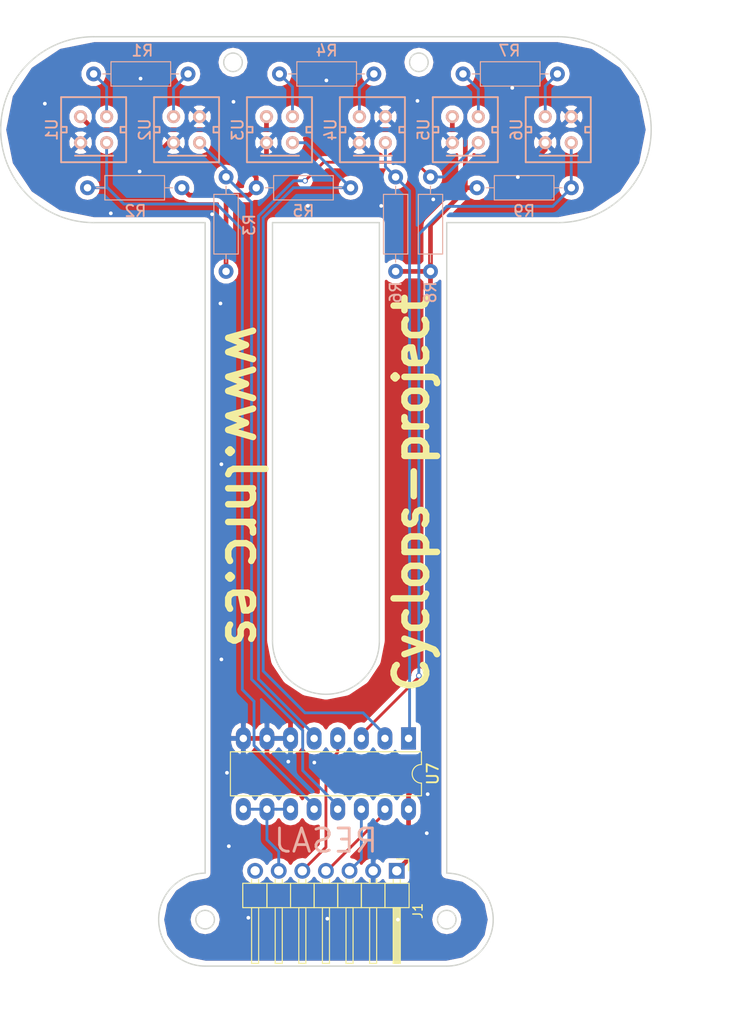
<source format=kicad_pcb>
(kicad_pcb (version 4) (host pcbnew 4.0.6)

  (general
    (links 46)
    (no_connects 0)
    (area 91.424999 49.05 174.492857 160.700001)
    (thickness 1.6)
    (drawings 32)
    (tracks 189)
    (zones 0)
    (modules 17)
    (nets 20)
  )

  (page A4)
  (title_block
    (title "Sensors Board robot de carreras educativo")
    (company "Liga Nacional de Robótica de Competición")
    (comment 1 www.lnrc.es)
    (comment 2 "Diseño de Rubén Espino San José")
  )

  (layers
    (0 F.Cu signal)
    (31 B.Cu signal)
    (32 B.Adhes user)
    (33 F.Adhes user)
    (34 B.Paste user)
    (35 F.Paste user)
    (36 B.SilkS user)
    (37 F.SilkS user)
    (38 B.Mask user)
    (39 F.Mask user)
    (40 Dwgs.User user)
    (41 Cmts.User user)
    (42 Eco1.User user)
    (43 Eco2.User user)
    (44 Edge.Cuts user)
    (45 Margin user)
    (46 B.CrtYd user)
    (47 F.CrtYd user)
    (48 B.Fab user hide)
    (49 F.Fab user hide)
  )

  (setup
    (last_trace_width 0.3048)
    (trace_clearance 0.2)
    (zone_clearance 0.508)
    (zone_45_only no)
    (trace_min 0.3048)
    (segment_width 0.2)
    (edge_width 0.15)
    (via_size 0.5)
    (via_drill 0.3048)
    (via_min_size 0.4)
    (via_min_drill 0.3)
    (uvia_size 0.3)
    (uvia_drill 0.1)
    (uvias_allowed no)
    (uvia_min_size 0.2)
    (uvia_min_drill 0.1)
    (pcb_text_width 0.3)
    (pcb_text_size 1.5 1.5)
    (mod_edge_width 0.15)
    (mod_text_size 1 1)
    (mod_text_width 0.15)
    (pad_size 1.524 1.524)
    (pad_drill 0.762)
    (pad_to_mask_clearance 0.2)
    (aux_axis_origin 0 0)
    (visible_elements 7FFFFFFF)
    (pcbplotparams
      (layerselection 0x010f0_80000001)
      (usegerberextensions true)
      (excludeedgelayer false)
      (linewidth 0.100000)
      (plotframeref false)
      (viasonmask false)
      (mode 1)
      (useauxorigin true)
      (hpglpennumber 1)
      (hpglpenspeed 20)
      (hpglpendiameter 15)
      (hpglpenoverlay 2)
      (psnegative false)
      (psa4output false)
      (plotreference true)
      (plotvalue true)
      (plotinvisibletext false)
      (padsonsilk false)
      (subtractmaskfromsilk true)
      (outputformat 1)
      (mirror false)
      (drillshape 0)
      (scaleselection 1)
      (outputdirectory Gerbers))
  )

  (net 0 "")
  (net 1 +5V)
  (net 2 GND)
  (net 3 LINEA_1)
  (net 4 LINEA_2)
  (net 5 LINEA_3)
  (net 6 LINEA_SEL_1)
  (net 7 "Net-(R1-Pad1)")
  (net 8 "Net-(R1-Pad2)")
  (net 9 SENSOR_1)
  (net 10 SENSOR_2)
  (net 11 "Net-(R4-Pad1)")
  (net 12 "Net-(R4-Pad2)")
  (net 13 SENSOR_3)
  (net 14 SENSOR_4)
  (net 15 "Net-(R7-Pad1)")
  (net 16 "Net-(R7-Pad2)")
  (net 17 SENSOR_5)
  (net 18 SENSOR_6)
  (net 19 "Net-(J1-Pad7)")

  (net_class Default "Esta es la clase de red por defecto."
    (clearance 0.2)
    (trace_width 0.3048)
    (via_dia 0.5)
    (via_drill 0.3048)
    (uvia_dia 0.3)
    (uvia_drill 0.1)
  )

  (net_class Signal ""
    (clearance 0.2)
    (trace_width 0.3048)
    (via_dia 0.5)
    (via_drill 0.3048)
    (uvia_dia 0.3)
    (uvia_drill 0.1)
    (add_net LINEA_1)
    (add_net LINEA_2)
    (add_net LINEA_3)
    (add_net LINEA_SEL_1)
    (add_net "Net-(J1-Pad7)")
    (add_net "Net-(R1-Pad1)")
    (add_net "Net-(R1-Pad2)")
    (add_net "Net-(R4-Pad1)")
    (add_net "Net-(R4-Pad2)")
    (add_net "Net-(R7-Pad1)")
    (add_net "Net-(R7-Pad2)")
    (add_net SENSOR_1)
    (add_net SENSOR_2)
    (add_net SENSOR_3)
    (add_net SENSOR_4)
    (add_net SENSOR_5)
    (add_net SENSOR_6)
  )

  (net_class Supply ""
    (clearance 0.2)
    (trace_width 0.5)
    (via_dia 0.6)
    (via_drill 0.4)
    (uvia_dia 0.3)
    (uvia_drill 0.1)
    (add_net +5V)
    (add_net GND)
  )

  (module Resistors_THT:R_Axial_DIN0207_L6.3mm_D2.5mm_P10.16mm_Horizontal (layer B.Cu) (tedit 594E567E) (tstamp 594CEB02)
    (at 101.5 56.5)
    (descr "Resistor, Axial_DIN0207 series, Axial, Horizontal, pin pitch=10.16mm, 0.25W = 1/4W, length*diameter=6.3*2.5mm^2, http://cdn-reichelt.de/documents/datenblatt/B400/1_4W%23YAG.pdf")
    (tags "Resistor Axial_DIN0207 series Axial Horizontal pin pitch 10.16mm 0.25W = 1/4W length 6.3mm diameter 2.5mm")
    (path /593DA9FC)
    (fp_text reference R1 (at 5.25 -2.5) (layer B.SilkS)
      (effects (font (size 1.2 1.2) (thickness 0.2)) (justify mirror))
    )
    (fp_text value 82 (at 5.08 -2.31) (layer B.Fab)
      (effects (font (size 1 1) (thickness 0.15)) (justify mirror))
    )
    (fp_line (start 1.93 1.25) (end 1.93 -1.25) (layer B.Fab) (width 0.1))
    (fp_line (start 1.93 -1.25) (end 8.23 -1.25) (layer B.Fab) (width 0.1))
    (fp_line (start 8.23 -1.25) (end 8.23 1.25) (layer B.Fab) (width 0.1))
    (fp_line (start 8.23 1.25) (end 1.93 1.25) (layer B.Fab) (width 0.1))
    (fp_line (start 0 0) (end 1.93 0) (layer B.Fab) (width 0.1))
    (fp_line (start 10.16 0) (end 8.23 0) (layer B.Fab) (width 0.1))
    (fp_line (start 1.87 1.31) (end 1.87 -1.31) (layer B.SilkS) (width 0.12))
    (fp_line (start 1.87 -1.31) (end 8.29 -1.31) (layer B.SilkS) (width 0.12))
    (fp_line (start 8.29 -1.31) (end 8.29 1.31) (layer B.SilkS) (width 0.12))
    (fp_line (start 8.29 1.31) (end 1.87 1.31) (layer B.SilkS) (width 0.12))
    (fp_line (start 0.98 0) (end 1.87 0) (layer B.SilkS) (width 0.12))
    (fp_line (start 9.18 0) (end 8.29 0) (layer B.SilkS) (width 0.12))
    (fp_line (start -1.05 1.6) (end -1.05 -1.6) (layer B.CrtYd) (width 0.05))
    (fp_line (start -1.05 -1.6) (end 11.25 -1.6) (layer B.CrtYd) (width 0.05))
    (fp_line (start 11.25 -1.6) (end 11.25 1.6) (layer B.CrtYd) (width 0.05))
    (fp_line (start 11.25 1.6) (end -1.05 1.6) (layer B.CrtYd) (width 0.05))
    (pad 1 thru_hole circle (at 0 0) (size 1.6 1.6) (drill 0.8) (layers *.Cu *.Mask)
      (net 7 "Net-(R1-Pad1)"))
    (pad 2 thru_hole oval (at 10.16 0) (size 1.6 1.6) (drill 0.8) (layers *.Cu *.Mask)
      (net 8 "Net-(R1-Pad2)"))
    (model Resistors_THT.3dshapes/R_Axial_DIN0207_L6.3mm_D2.5mm_P10.16mm_Horizontal.wrl
      (at (xyz 0 0 0))
      (scale (xyz 0.393701 0.393701 0.393701))
      (rotate (xyz 0 0 0))
    )
  )

  (module Resistors_THT:R_Axial_DIN0207_L6.3mm_D2.5mm_P10.16mm_Horizontal (layer B.Cu) (tedit 594E569B) (tstamp 594CEB08)
    (at 111 68.75 180)
    (descr "Resistor, Axial_DIN0207 series, Axial, Horizontal, pin pitch=10.16mm, 0.25W = 1/4W, length*diameter=6.3*2.5mm^2, http://cdn-reichelt.de/documents/datenblatt/B400/1_4W%23YAG.pdf")
    (tags "Resistor Axial_DIN0207 series Axial Horizontal pin pitch 10.16mm 0.25W = 1/4W length 6.3mm diameter 2.5mm")
    (path /593DAD8B)
    (fp_text reference R2 (at 5 -2.5 180) (layer B.SilkS)
      (effects (font (size 1.2 1.2) (thickness 0.2)) (justify mirror))
    )
    (fp_text value 10k (at 5.08 -2.31 180) (layer B.Fab)
      (effects (font (size 1 1) (thickness 0.15)) (justify mirror))
    )
    (fp_line (start 1.93 1.25) (end 1.93 -1.25) (layer B.Fab) (width 0.1))
    (fp_line (start 1.93 -1.25) (end 8.23 -1.25) (layer B.Fab) (width 0.1))
    (fp_line (start 8.23 -1.25) (end 8.23 1.25) (layer B.Fab) (width 0.1))
    (fp_line (start 8.23 1.25) (end 1.93 1.25) (layer B.Fab) (width 0.1))
    (fp_line (start 0 0) (end 1.93 0) (layer B.Fab) (width 0.1))
    (fp_line (start 10.16 0) (end 8.23 0) (layer B.Fab) (width 0.1))
    (fp_line (start 1.87 1.31) (end 1.87 -1.31) (layer B.SilkS) (width 0.12))
    (fp_line (start 1.87 -1.31) (end 8.29 -1.31) (layer B.SilkS) (width 0.12))
    (fp_line (start 8.29 -1.31) (end 8.29 1.31) (layer B.SilkS) (width 0.12))
    (fp_line (start 8.29 1.31) (end 1.87 1.31) (layer B.SilkS) (width 0.12))
    (fp_line (start 0.98 0) (end 1.87 0) (layer B.SilkS) (width 0.12))
    (fp_line (start 9.18 0) (end 8.29 0) (layer B.SilkS) (width 0.12))
    (fp_line (start -1.05 1.6) (end -1.05 -1.6) (layer B.CrtYd) (width 0.05))
    (fp_line (start -1.05 -1.6) (end 11.25 -1.6) (layer B.CrtYd) (width 0.05))
    (fp_line (start 11.25 -1.6) (end 11.25 1.6) (layer B.CrtYd) (width 0.05))
    (fp_line (start 11.25 1.6) (end -1.05 1.6) (layer B.CrtYd) (width 0.05))
    (pad 1 thru_hole circle (at 0 0 180) (size 1.6 1.6) (drill 0.8) (layers *.Cu *.Mask)
      (net 1 +5V))
    (pad 2 thru_hole oval (at 10.16 0 180) (size 1.6 1.6) (drill 0.8) (layers *.Cu *.Mask)
      (net 9 SENSOR_1))
    (model Resistors_THT.3dshapes/R_Axial_DIN0207_L6.3mm_D2.5mm_P10.16mm_Horizontal.wrl
      (at (xyz 0 0 0))
      (scale (xyz 0.393701 0.393701 0.393701))
      (rotate (xyz 0 0 0))
    )
  )

  (module Resistors_THT:R_Axial_DIN0207_L6.3mm_D2.5mm_P10.16mm_Horizontal (layer B.Cu) (tedit 594E56AC) (tstamp 594CEB0E)
    (at 115.75 77.75 90)
    (descr "Resistor, Axial_DIN0207 series, Axial, Horizontal, pin pitch=10.16mm, 0.25W = 1/4W, length*diameter=6.3*2.5mm^2, http://cdn-reichelt.de/documents/datenblatt/B400/1_4W%23YAG.pdf")
    (tags "Resistor Axial_DIN0207 series Axial Horizontal pin pitch 10.16mm 0.25W = 1/4W length 6.3mm diameter 2.5mm")
    (path /593DADB4)
    (fp_text reference R3 (at 5 2.5 90) (layer B.SilkS)
      (effects (font (size 1.2 1.2) (thickness 0.2)) (justify mirror))
    )
    (fp_text value 10k (at 5.08 -2.31 90) (layer B.Fab)
      (effects (font (size 1 1) (thickness 0.15)) (justify mirror))
    )
    (fp_line (start 1.93 1.25) (end 1.93 -1.25) (layer B.Fab) (width 0.1))
    (fp_line (start 1.93 -1.25) (end 8.23 -1.25) (layer B.Fab) (width 0.1))
    (fp_line (start 8.23 -1.25) (end 8.23 1.25) (layer B.Fab) (width 0.1))
    (fp_line (start 8.23 1.25) (end 1.93 1.25) (layer B.Fab) (width 0.1))
    (fp_line (start 0 0) (end 1.93 0) (layer B.Fab) (width 0.1))
    (fp_line (start 10.16 0) (end 8.23 0) (layer B.Fab) (width 0.1))
    (fp_line (start 1.87 1.31) (end 1.87 -1.31) (layer B.SilkS) (width 0.12))
    (fp_line (start 1.87 -1.31) (end 8.29 -1.31) (layer B.SilkS) (width 0.12))
    (fp_line (start 8.29 -1.31) (end 8.29 1.31) (layer B.SilkS) (width 0.12))
    (fp_line (start 8.29 1.31) (end 1.87 1.31) (layer B.SilkS) (width 0.12))
    (fp_line (start 0.98 0) (end 1.87 0) (layer B.SilkS) (width 0.12))
    (fp_line (start 9.18 0) (end 8.29 0) (layer B.SilkS) (width 0.12))
    (fp_line (start -1.05 1.6) (end -1.05 -1.6) (layer B.CrtYd) (width 0.05))
    (fp_line (start -1.05 -1.6) (end 11.25 -1.6) (layer B.CrtYd) (width 0.05))
    (fp_line (start 11.25 -1.6) (end 11.25 1.6) (layer B.CrtYd) (width 0.05))
    (fp_line (start 11.25 1.6) (end -1.05 1.6) (layer B.CrtYd) (width 0.05))
    (pad 1 thru_hole circle (at 0 0 90) (size 1.6 1.6) (drill 0.8) (layers *.Cu *.Mask)
      (net 1 +5V))
    (pad 2 thru_hole oval (at 10.16 0 90) (size 1.6 1.6) (drill 0.8) (layers *.Cu *.Mask)
      (net 10 SENSOR_2))
    (model Resistors_THT.3dshapes/R_Axial_DIN0207_L6.3mm_D2.5mm_P10.16mm_Horizontal.wrl
      (at (xyz 0 0 0))
      (scale (xyz 0.393701 0.393701 0.393701))
      (rotate (xyz 0 0 0))
    )
  )

  (module Resistors_THT:R_Axial_DIN0207_L6.3mm_D2.5mm_P10.16mm_Horizontal (layer B.Cu) (tedit 594E5686) (tstamp 594CEB14)
    (at 121.5 56.5)
    (descr "Resistor, Axial_DIN0207 series, Axial, Horizontal, pin pitch=10.16mm, 0.25W = 1/4W, length*diameter=6.3*2.5mm^2, http://cdn-reichelt.de/documents/datenblatt/B400/1_4W%23YAG.pdf")
    (tags "Resistor Axial_DIN0207 series Axial Horizontal pin pitch 10.16mm 0.25W = 1/4W length 6.3mm diameter 2.5mm")
    (path /593DAA6F)
    (fp_text reference R4 (at 5.08 -2.5) (layer B.SilkS)
      (effects (font (size 1.2 1.2) (thickness 0.2)) (justify mirror))
    )
    (fp_text value 82 (at 5.08 -2.31) (layer B.Fab)
      (effects (font (size 1 1) (thickness 0.15)) (justify mirror))
    )
    (fp_line (start 1.93 1.25) (end 1.93 -1.25) (layer B.Fab) (width 0.1))
    (fp_line (start 1.93 -1.25) (end 8.23 -1.25) (layer B.Fab) (width 0.1))
    (fp_line (start 8.23 -1.25) (end 8.23 1.25) (layer B.Fab) (width 0.1))
    (fp_line (start 8.23 1.25) (end 1.93 1.25) (layer B.Fab) (width 0.1))
    (fp_line (start 0 0) (end 1.93 0) (layer B.Fab) (width 0.1))
    (fp_line (start 10.16 0) (end 8.23 0) (layer B.Fab) (width 0.1))
    (fp_line (start 1.87 1.31) (end 1.87 -1.31) (layer B.SilkS) (width 0.12))
    (fp_line (start 1.87 -1.31) (end 8.29 -1.31) (layer B.SilkS) (width 0.12))
    (fp_line (start 8.29 -1.31) (end 8.29 1.31) (layer B.SilkS) (width 0.12))
    (fp_line (start 8.29 1.31) (end 1.87 1.31) (layer B.SilkS) (width 0.12))
    (fp_line (start 0.98 0) (end 1.87 0) (layer B.SilkS) (width 0.12))
    (fp_line (start 9.18 0) (end 8.29 0) (layer B.SilkS) (width 0.12))
    (fp_line (start -1.05 1.6) (end -1.05 -1.6) (layer B.CrtYd) (width 0.05))
    (fp_line (start -1.05 -1.6) (end 11.25 -1.6) (layer B.CrtYd) (width 0.05))
    (fp_line (start 11.25 -1.6) (end 11.25 1.6) (layer B.CrtYd) (width 0.05))
    (fp_line (start 11.25 1.6) (end -1.05 1.6) (layer B.CrtYd) (width 0.05))
    (pad 1 thru_hole circle (at 0 0) (size 1.6 1.6) (drill 0.8) (layers *.Cu *.Mask)
      (net 11 "Net-(R4-Pad1)"))
    (pad 2 thru_hole oval (at 10.16 0) (size 1.6 1.6) (drill 0.8) (layers *.Cu *.Mask)
      (net 12 "Net-(R4-Pad2)"))
    (model Resistors_THT.3dshapes/R_Axial_DIN0207_L6.3mm_D2.5mm_P10.16mm_Horizontal.wrl
      (at (xyz 0 0 0))
      (scale (xyz 0.393701 0.393701 0.393701))
      (rotate (xyz 0 0 0))
    )
  )

  (module Resistors_THT:R_Axial_DIN0207_L6.3mm_D2.5mm_P10.16mm_Horizontal (layer B.Cu) (tedit 594E56A4) (tstamp 594CEB1A)
    (at 119 68.75)
    (descr "Resistor, Axial_DIN0207 series, Axial, Horizontal, pin pitch=10.16mm, 0.25W = 1/4W, length*diameter=6.3*2.5mm^2, http://cdn-reichelt.de/documents/datenblatt/B400/1_4W%23YAG.pdf")
    (tags "Resistor Axial_DIN0207 series Axial Horizontal pin pitch 10.16mm 0.25W = 1/4W length 6.3mm diameter 2.5mm")
    (path /593DADDF)
    (fp_text reference R5 (at 5.08 2.5) (layer B.SilkS)
      (effects (font (size 1.2 1.2) (thickness 0.2)) (justify mirror))
    )
    (fp_text value 10k (at 5.08 -2.31) (layer B.Fab)
      (effects (font (size 1 1) (thickness 0.15)) (justify mirror))
    )
    (fp_line (start 1.93 1.25) (end 1.93 -1.25) (layer B.Fab) (width 0.1))
    (fp_line (start 1.93 -1.25) (end 8.23 -1.25) (layer B.Fab) (width 0.1))
    (fp_line (start 8.23 -1.25) (end 8.23 1.25) (layer B.Fab) (width 0.1))
    (fp_line (start 8.23 1.25) (end 1.93 1.25) (layer B.Fab) (width 0.1))
    (fp_line (start 0 0) (end 1.93 0) (layer B.Fab) (width 0.1))
    (fp_line (start 10.16 0) (end 8.23 0) (layer B.Fab) (width 0.1))
    (fp_line (start 1.87 1.31) (end 1.87 -1.31) (layer B.SilkS) (width 0.12))
    (fp_line (start 1.87 -1.31) (end 8.29 -1.31) (layer B.SilkS) (width 0.12))
    (fp_line (start 8.29 -1.31) (end 8.29 1.31) (layer B.SilkS) (width 0.12))
    (fp_line (start 8.29 1.31) (end 1.87 1.31) (layer B.SilkS) (width 0.12))
    (fp_line (start 0.98 0) (end 1.87 0) (layer B.SilkS) (width 0.12))
    (fp_line (start 9.18 0) (end 8.29 0) (layer B.SilkS) (width 0.12))
    (fp_line (start -1.05 1.6) (end -1.05 -1.6) (layer B.CrtYd) (width 0.05))
    (fp_line (start -1.05 -1.6) (end 11.25 -1.6) (layer B.CrtYd) (width 0.05))
    (fp_line (start 11.25 -1.6) (end 11.25 1.6) (layer B.CrtYd) (width 0.05))
    (fp_line (start 11.25 1.6) (end -1.05 1.6) (layer B.CrtYd) (width 0.05))
    (pad 1 thru_hole circle (at 0 0) (size 1.6 1.6) (drill 0.8) (layers *.Cu *.Mask)
      (net 1 +5V))
    (pad 2 thru_hole oval (at 10.16 0) (size 1.6 1.6) (drill 0.8) (layers *.Cu *.Mask)
      (net 13 SENSOR_3))
    (model Resistors_THT.3dshapes/R_Axial_DIN0207_L6.3mm_D2.5mm_P10.16mm_Horizontal.wrl
      (at (xyz 0 0 0))
      (scale (xyz 0.393701 0.393701 0.393701))
      (rotate (xyz 0 0 0))
    )
  )

  (module Resistors_THT:R_Axial_DIN0207_L6.3mm_D2.5mm_P10.16mm_Horizontal (layer B.Cu) (tedit 594E56C4) (tstamp 594CEB20)
    (at 134 77.75 90)
    (descr "Resistor, Axial_DIN0207 series, Axial, Horizontal, pin pitch=10.16mm, 0.25W = 1/4W, length*diameter=6.3*2.5mm^2, http://cdn-reichelt.de/documents/datenblatt/B400/1_4W%23YAG.pdf")
    (tags "Resistor Axial_DIN0207 series Axial Horizontal pin pitch 10.16mm 0.25W = 1/4W length 6.3mm diameter 2.5mm")
    (path /593DAE0C)
    (fp_text reference R6 (at -2.25 0 90) (layer B.SilkS)
      (effects (font (size 1.2 1.2) (thickness 0.2)) (justify mirror))
    )
    (fp_text value 10k (at 5.08 -2.31 90) (layer B.Fab)
      (effects (font (size 1 1) (thickness 0.15)) (justify mirror))
    )
    (fp_line (start 1.93 1.25) (end 1.93 -1.25) (layer B.Fab) (width 0.1))
    (fp_line (start 1.93 -1.25) (end 8.23 -1.25) (layer B.Fab) (width 0.1))
    (fp_line (start 8.23 -1.25) (end 8.23 1.25) (layer B.Fab) (width 0.1))
    (fp_line (start 8.23 1.25) (end 1.93 1.25) (layer B.Fab) (width 0.1))
    (fp_line (start 0 0) (end 1.93 0) (layer B.Fab) (width 0.1))
    (fp_line (start 10.16 0) (end 8.23 0) (layer B.Fab) (width 0.1))
    (fp_line (start 1.87 1.31) (end 1.87 -1.31) (layer B.SilkS) (width 0.12))
    (fp_line (start 1.87 -1.31) (end 8.29 -1.31) (layer B.SilkS) (width 0.12))
    (fp_line (start 8.29 -1.31) (end 8.29 1.31) (layer B.SilkS) (width 0.12))
    (fp_line (start 8.29 1.31) (end 1.87 1.31) (layer B.SilkS) (width 0.12))
    (fp_line (start 0.98 0) (end 1.87 0) (layer B.SilkS) (width 0.12))
    (fp_line (start 9.18 0) (end 8.29 0) (layer B.SilkS) (width 0.12))
    (fp_line (start -1.05 1.6) (end -1.05 -1.6) (layer B.CrtYd) (width 0.05))
    (fp_line (start -1.05 -1.6) (end 11.25 -1.6) (layer B.CrtYd) (width 0.05))
    (fp_line (start 11.25 -1.6) (end 11.25 1.6) (layer B.CrtYd) (width 0.05))
    (fp_line (start 11.25 1.6) (end -1.05 1.6) (layer B.CrtYd) (width 0.05))
    (pad 1 thru_hole circle (at 0 0 90) (size 1.6 1.6) (drill 0.8) (layers *.Cu *.Mask)
      (net 1 +5V))
    (pad 2 thru_hole oval (at 10.16 0 90) (size 1.6 1.6) (drill 0.8) (layers *.Cu *.Mask)
      (net 14 SENSOR_4))
    (model Resistors_THT.3dshapes/R_Axial_DIN0207_L6.3mm_D2.5mm_P10.16mm_Horizontal.wrl
      (at (xyz 0 0 0))
      (scale (xyz 0.393701 0.393701 0.393701))
      (rotate (xyz 0 0 0))
    )
  )

  (module Resistors_THT:R_Axial_DIN0207_L6.3mm_D2.5mm_P10.16mm_Horizontal (layer B.Cu) (tedit 594E568D) (tstamp 594CEB26)
    (at 141.25 56.5)
    (descr "Resistor, Axial_DIN0207 series, Axial, Horizontal, pin pitch=10.16mm, 0.25W = 1/4W, length*diameter=6.3*2.5mm^2, http://cdn-reichelt.de/documents/datenblatt/B400/1_4W%23YAG.pdf")
    (tags "Resistor Axial_DIN0207 series Axial Horizontal pin pitch 10.16mm 0.25W = 1/4W length 6.3mm diameter 2.5mm")
    (path /593DAB6C)
    (fp_text reference R7 (at 5 -2.5) (layer B.SilkS)
      (effects (font (size 1.2 1.2) (thickness 0.2)) (justify mirror))
    )
    (fp_text value 82 (at 5.08 -2.31) (layer B.Fab)
      (effects (font (size 1 1) (thickness 0.15)) (justify mirror))
    )
    (fp_line (start 1.93 1.25) (end 1.93 -1.25) (layer B.Fab) (width 0.1))
    (fp_line (start 1.93 -1.25) (end 8.23 -1.25) (layer B.Fab) (width 0.1))
    (fp_line (start 8.23 -1.25) (end 8.23 1.25) (layer B.Fab) (width 0.1))
    (fp_line (start 8.23 1.25) (end 1.93 1.25) (layer B.Fab) (width 0.1))
    (fp_line (start 0 0) (end 1.93 0) (layer B.Fab) (width 0.1))
    (fp_line (start 10.16 0) (end 8.23 0) (layer B.Fab) (width 0.1))
    (fp_line (start 1.87 1.31) (end 1.87 -1.31) (layer B.SilkS) (width 0.12))
    (fp_line (start 1.87 -1.31) (end 8.29 -1.31) (layer B.SilkS) (width 0.12))
    (fp_line (start 8.29 -1.31) (end 8.29 1.31) (layer B.SilkS) (width 0.12))
    (fp_line (start 8.29 1.31) (end 1.87 1.31) (layer B.SilkS) (width 0.12))
    (fp_line (start 0.98 0) (end 1.87 0) (layer B.SilkS) (width 0.12))
    (fp_line (start 9.18 0) (end 8.29 0) (layer B.SilkS) (width 0.12))
    (fp_line (start -1.05 1.6) (end -1.05 -1.6) (layer B.CrtYd) (width 0.05))
    (fp_line (start -1.05 -1.6) (end 11.25 -1.6) (layer B.CrtYd) (width 0.05))
    (fp_line (start 11.25 -1.6) (end 11.25 1.6) (layer B.CrtYd) (width 0.05))
    (fp_line (start 11.25 1.6) (end -1.05 1.6) (layer B.CrtYd) (width 0.05))
    (pad 1 thru_hole circle (at 0 0) (size 1.6 1.6) (drill 0.8) (layers *.Cu *.Mask)
      (net 15 "Net-(R7-Pad1)"))
    (pad 2 thru_hole oval (at 10.16 0) (size 1.6 1.6) (drill 0.8) (layers *.Cu *.Mask)
      (net 16 "Net-(R7-Pad2)"))
    (model Resistors_THT.3dshapes/R_Axial_DIN0207_L6.3mm_D2.5mm_P10.16mm_Horizontal.wrl
      (at (xyz 0 0 0))
      (scale (xyz 0.393701 0.393701 0.393701))
      (rotate (xyz 0 0 0))
    )
  )

  (module Resistors_THT:R_Axial_DIN0207_L6.3mm_D2.5mm_P10.16mm_Horizontal (layer B.Cu) (tedit 594E56BD) (tstamp 594CEB2C)
    (at 137.75 77.75 90)
    (descr "Resistor, Axial_DIN0207 series, Axial, Horizontal, pin pitch=10.16mm, 0.25W = 1/4W, length*diameter=6.3*2.5mm^2, http://cdn-reichelt.de/documents/datenblatt/B400/1_4W%23YAG.pdf")
    (tags "Resistor Axial_DIN0207 series Axial Horizontal pin pitch 10.16mm 0.25W = 1/4W length 6.3mm diameter 2.5mm")
    (path /593DAFCE)
    (fp_text reference R8 (at -2.25 0 90) (layer B.SilkS)
      (effects (font (size 1.2 1.2) (thickness 0.2)) (justify mirror))
    )
    (fp_text value 10k (at 5.08 -2.31 90) (layer B.Fab)
      (effects (font (size 1 1) (thickness 0.15)) (justify mirror))
    )
    (fp_line (start 1.93 1.25) (end 1.93 -1.25) (layer B.Fab) (width 0.1))
    (fp_line (start 1.93 -1.25) (end 8.23 -1.25) (layer B.Fab) (width 0.1))
    (fp_line (start 8.23 -1.25) (end 8.23 1.25) (layer B.Fab) (width 0.1))
    (fp_line (start 8.23 1.25) (end 1.93 1.25) (layer B.Fab) (width 0.1))
    (fp_line (start 0 0) (end 1.93 0) (layer B.Fab) (width 0.1))
    (fp_line (start 10.16 0) (end 8.23 0) (layer B.Fab) (width 0.1))
    (fp_line (start 1.87 1.31) (end 1.87 -1.31) (layer B.SilkS) (width 0.12))
    (fp_line (start 1.87 -1.31) (end 8.29 -1.31) (layer B.SilkS) (width 0.12))
    (fp_line (start 8.29 -1.31) (end 8.29 1.31) (layer B.SilkS) (width 0.12))
    (fp_line (start 8.29 1.31) (end 1.87 1.31) (layer B.SilkS) (width 0.12))
    (fp_line (start 0.98 0) (end 1.87 0) (layer B.SilkS) (width 0.12))
    (fp_line (start 9.18 0) (end 8.29 0) (layer B.SilkS) (width 0.12))
    (fp_line (start -1.05 1.6) (end -1.05 -1.6) (layer B.CrtYd) (width 0.05))
    (fp_line (start -1.05 -1.6) (end 11.25 -1.6) (layer B.CrtYd) (width 0.05))
    (fp_line (start 11.25 -1.6) (end 11.25 1.6) (layer B.CrtYd) (width 0.05))
    (fp_line (start 11.25 1.6) (end -1.05 1.6) (layer B.CrtYd) (width 0.05))
    (pad 1 thru_hole circle (at 0 0 90) (size 1.6 1.6) (drill 0.8) (layers *.Cu *.Mask)
      (net 1 +5V))
    (pad 2 thru_hole oval (at 10.16 0 90) (size 1.6 1.6) (drill 0.8) (layers *.Cu *.Mask)
      (net 17 SENSOR_5))
    (model Resistors_THT.3dshapes/R_Axial_DIN0207_L6.3mm_D2.5mm_P10.16mm_Horizontal.wrl
      (at (xyz 0 0 0))
      (scale (xyz 0.393701 0.393701 0.393701))
      (rotate (xyz 0 0 0))
    )
  )

  (module Resistors_THT:R_Axial_DIN0207_L6.3mm_D2.5mm_P10.16mm_Horizontal (layer B.Cu) (tedit 594E56B6) (tstamp 594CEB32)
    (at 142.75 68.75)
    (descr "Resistor, Axial_DIN0207 series, Axial, Horizontal, pin pitch=10.16mm, 0.25W = 1/4W, length*diameter=6.3*2.5mm^2, http://cdn-reichelt.de/documents/datenblatt/B400/1_4W%23YAG.pdf")
    (tags "Resistor Axial_DIN0207 series Axial Horizontal pin pitch 10.16mm 0.25W = 1/4W length 6.3mm diameter 2.5mm")
    (path /593DAFFF)
    (fp_text reference R9 (at 5.08 2.5) (layer B.SilkS)
      (effects (font (size 1.2 1.2) (thickness 0.2)) (justify mirror))
    )
    (fp_text value 10k (at 5.08 -2.31) (layer B.Fab)
      (effects (font (size 1 1) (thickness 0.15)) (justify mirror))
    )
    (fp_line (start 1.93 1.25) (end 1.93 -1.25) (layer B.Fab) (width 0.1))
    (fp_line (start 1.93 -1.25) (end 8.23 -1.25) (layer B.Fab) (width 0.1))
    (fp_line (start 8.23 -1.25) (end 8.23 1.25) (layer B.Fab) (width 0.1))
    (fp_line (start 8.23 1.25) (end 1.93 1.25) (layer B.Fab) (width 0.1))
    (fp_line (start 0 0) (end 1.93 0) (layer B.Fab) (width 0.1))
    (fp_line (start 10.16 0) (end 8.23 0) (layer B.Fab) (width 0.1))
    (fp_line (start 1.87 1.31) (end 1.87 -1.31) (layer B.SilkS) (width 0.12))
    (fp_line (start 1.87 -1.31) (end 8.29 -1.31) (layer B.SilkS) (width 0.12))
    (fp_line (start 8.29 -1.31) (end 8.29 1.31) (layer B.SilkS) (width 0.12))
    (fp_line (start 8.29 1.31) (end 1.87 1.31) (layer B.SilkS) (width 0.12))
    (fp_line (start 0.98 0) (end 1.87 0) (layer B.SilkS) (width 0.12))
    (fp_line (start 9.18 0) (end 8.29 0) (layer B.SilkS) (width 0.12))
    (fp_line (start -1.05 1.6) (end -1.05 -1.6) (layer B.CrtYd) (width 0.05))
    (fp_line (start -1.05 -1.6) (end 11.25 -1.6) (layer B.CrtYd) (width 0.05))
    (fp_line (start 11.25 -1.6) (end 11.25 1.6) (layer B.CrtYd) (width 0.05))
    (fp_line (start 11.25 1.6) (end -1.05 1.6) (layer B.CrtYd) (width 0.05))
    (pad 1 thru_hole circle (at 0 0) (size 1.6 1.6) (drill 0.8) (layers *.Cu *.Mask)
      (net 1 +5V))
    (pad 2 thru_hole oval (at 10.16 0) (size 1.6 1.6) (drill 0.8) (layers *.Cu *.Mask)
      (net 18 SENSOR_6))
    (model Resistors_THT.3dshapes/R_Axial_DIN0207_L6.3mm_D2.5mm_P10.16mm_Horizontal.wrl
      (at (xyz 0 0 0))
      (scale (xyz 0.393701 0.393701 0.393701))
      (rotate (xyz 0 0 0))
    )
  )

  (module Housings_DIP:DIP-16_W7.62mm_LongPads (layer F.Cu) (tedit 594E56D5) (tstamp 594CEB76)
    (at 135.39 128 270)
    (descr "16-lead dip package, row spacing 7.62 mm (300 mils), LongPads")
    (tags "DIL DIP PDIP 2.54mm 7.62mm 300mil LongPads")
    (path /593EEB56)
    (fp_text reference U7 (at 3.81 -2.61 270) (layer F.SilkS)
      (effects (font (size 1.2 1.2) (thickness 0.2)))
    )
    (fp_text value 4053 (at 3.81 20.17 270) (layer F.Fab)
      (effects (font (size 1 1) (thickness 0.15)))
    )
    (fp_text user %R (at 3.81 8.89 270) (layer F.Fab)
      (effects (font (size 1 1) (thickness 0.15)))
    )
    (fp_line (start 1.635 -1.27) (end 6.985 -1.27) (layer F.Fab) (width 0.1))
    (fp_line (start 6.985 -1.27) (end 6.985 19.05) (layer F.Fab) (width 0.1))
    (fp_line (start 6.985 19.05) (end 0.635 19.05) (layer F.Fab) (width 0.1))
    (fp_line (start 0.635 19.05) (end 0.635 -0.27) (layer F.Fab) (width 0.1))
    (fp_line (start 0.635 -0.27) (end 1.635 -1.27) (layer F.Fab) (width 0.1))
    (fp_line (start 2.81 -1.39) (end 1.44 -1.39) (layer F.SilkS) (width 0.12))
    (fp_line (start 1.44 -1.39) (end 1.44 19.17) (layer F.SilkS) (width 0.12))
    (fp_line (start 1.44 19.17) (end 6.18 19.17) (layer F.SilkS) (width 0.12))
    (fp_line (start 6.18 19.17) (end 6.18 -1.39) (layer F.SilkS) (width 0.12))
    (fp_line (start 6.18 -1.39) (end 4.81 -1.39) (layer F.SilkS) (width 0.12))
    (fp_line (start -1.5 -1.6) (end -1.5 19.3) (layer F.CrtYd) (width 0.05))
    (fp_line (start -1.5 19.3) (end 9.1 19.3) (layer F.CrtYd) (width 0.05))
    (fp_line (start 9.1 19.3) (end 9.1 -1.6) (layer F.CrtYd) (width 0.05))
    (fp_line (start 9.1 -1.6) (end -1.5 -1.6) (layer F.CrtYd) (width 0.05))
    (fp_arc (start 3.81 -1.39) (end 2.81 -1.39) (angle -180) (layer F.SilkS) (width 0.12))
    (pad 1 thru_hole rect (at 0 0 270) (size 2.4 1.6) (drill 0.8) (layers *.Cu *.Mask)
      (net 14 SENSOR_4))
    (pad 9 thru_hole oval (at 7.62 17.78 270) (size 2.4 1.6) (drill 0.8) (layers *.Cu *.Mask)
      (net 6 LINEA_SEL_1))
    (pad 2 thru_hole oval (at 0 2.54 270) (size 2.4 1.6) (drill 0.8) (layers *.Cu *.Mask)
      (net 13 SENSOR_3))
    (pad 10 thru_hole oval (at 7.62 15.24 270) (size 2.4 1.6) (drill 0.8) (layers *.Cu *.Mask)
      (net 6 LINEA_SEL_1))
    (pad 3 thru_hole oval (at 0 5.08 270) (size 2.4 1.6) (drill 0.8) (layers *.Cu *.Mask)
      (net 18 SENSOR_6))
    (pad 11 thru_hole oval (at 7.62 12.7 270) (size 2.4 1.6) (drill 0.8) (layers *.Cu *.Mask)
      (net 6 LINEA_SEL_1))
    (pad 4 thru_hole oval (at 0 7.62 270) (size 2.4 1.6) (drill 0.8) (layers *.Cu *.Mask)
      (net 5 LINEA_3))
    (pad 12 thru_hole oval (at 7.62 10.16 270) (size 2.4 1.6) (drill 0.8) (layers *.Cu *.Mask)
      (net 9 SENSOR_1))
    (pad 5 thru_hole oval (at 0 10.16 270) (size 2.4 1.6) (drill 0.8) (layers *.Cu *.Mask)
      (net 17 SENSOR_5))
    (pad 13 thru_hole oval (at 7.62 7.62 270) (size 2.4 1.6) (drill 0.8) (layers *.Cu *.Mask)
      (net 10 SENSOR_2))
    (pad 6 thru_hole oval (at 0 12.7 270) (size 2.4 1.6) (drill 0.8) (layers *.Cu *.Mask)
      (net 2 GND))
    (pad 14 thru_hole oval (at 7.62 5.08 270) (size 2.4 1.6) (drill 0.8) (layers *.Cu *.Mask)
      (net 3 LINEA_1))
    (pad 7 thru_hole oval (at 0 15.24 270) (size 2.4 1.6) (drill 0.8) (layers *.Cu *.Mask)
      (net 2 GND))
    (pad 15 thru_hole oval (at 7.62 2.54 270) (size 2.4 1.6) (drill 0.8) (layers *.Cu *.Mask)
      (net 4 LINEA_2))
    (pad 8 thru_hole oval (at 0 17.78 270) (size 2.4 1.6) (drill 0.8) (layers *.Cu *.Mask)
      (net 2 GND))
    (pad 16 thru_hole oval (at 7.62 0 270) (size 2.4 1.6) (drill 0.8) (layers *.Cu *.Mask)
      (net 1 +5V))
    (model ${KISYS3DMOD}/Housings_DIP.3dshapes/DIP-16_W7.62mm_LongPads.wrl
      (at (xyz 0 0 0))
      (scale (xyz 1 1 1))
      (rotate (xyz 0 0 0))
    )
  )

  (module Sensors_board:CNY70 (layer B.Cu) (tedit 594E5623) (tstamp 594CEB62)
    (at 151.5 62.5 270)
    (path /594D8CAA)
    (fp_text reference U6 (at 0 4.5 270) (layer B.SilkS)
      (effects (font (size 1.2 1.2) (thickness 0.2)) (justify mirror))
    )
    (fp_text value CNY70 (at 0 0 270) (layer B.Fab)
      (effects (font (size 0.3 0.3) (thickness 0.075)) (justify mirror))
    )
    (fp_line (start 2.8 -1.8) (end 2.8 -2.1) (layer B.SilkS) (width 0.2))
    (fp_line (start 2.8 2) (end 2.8 -1.8) (layer B.SilkS) (width 0.2))
    (fp_line (start -0.3 -3.5) (end -0.3 -2.9) (layer B.SilkS) (width 0.2))
    (fp_line (start -0.3 -2.9) (end 0.3 -2.9) (layer B.SilkS) (width 0.2))
    (fp_line (start 0.3 -2.9) (end 0.3 -3.5) (layer B.SilkS) (width 0.2))
    (fp_line (start -0.3 3.5) (end -0.3 2.9) (layer B.SilkS) (width 0.2))
    (fp_line (start -0.3 2.9) (end 0.3 2.9) (layer B.SilkS) (width 0.2))
    (fp_line (start 0.3 2.9) (end 0.3 3.5) (layer B.SilkS) (width 0.2))
    (fp_line (start -3.5 3.5) (end 3.5 3.5) (layer B.SilkS) (width 0.2))
    (fp_line (start 3.5 3.5) (end 3.5 -3.5) (layer B.SilkS) (width 0.2))
    (fp_line (start 3.5 -3.5) (end -3.5 -3.5) (layer B.SilkS) (width 0.2))
    (fp_line (start -3.5 -3.5) (end -3.5 3.5) (layer B.SilkS) (width 0.2))
    (pad A thru_hole circle (at -1.4 1.4 270) (size 1.4 1.4) (drill 0.8) (layers *.Cu *.Mask B.SilkS)
      (net 16 "Net-(R7-Pad2)"))
    (pad K thru_hole circle (at -1.4 -1.4 270) (size 1.4 1.4) (drill 0.8) (layers *.Cu *.Mask B.SilkS)
      (net 2 GND))
    (pad E thru_hole circle (at 1.4 1.4 270) (size 1.4 1.4) (drill 0.8) (layers *.Cu *.Mask B.SilkS)
      (net 2 GND))
    (pad COL thru_hole circle (at 1.4 -1.4 270) (size 1.4 1.4) (drill 0.8) (layers *.Cu *.Mask B.SilkS)
      (net 18 SENSOR_6))
  )

  (module Sensors_board:CNY70 (layer B.Cu) (tedit 594E5630) (tstamp 594CEB5A)
    (at 141.5 62.5 270)
    (path /594D89F2)
    (fp_text reference U5 (at 0 4.5 270) (layer B.SilkS)
      (effects (font (size 1.2 1.2) (thickness 0.2)) (justify mirror))
    )
    (fp_text value CNY70 (at 0 0 270) (layer B.Fab)
      (effects (font (size 0.3 0.3) (thickness 0.075)) (justify mirror))
    )
    (fp_line (start 2.8 -1.8) (end 2.8 -2.1) (layer B.SilkS) (width 0.2))
    (fp_line (start 2.8 2) (end 2.8 -1.8) (layer B.SilkS) (width 0.2))
    (fp_line (start -0.3 -3.5) (end -0.3 -2.9) (layer B.SilkS) (width 0.2))
    (fp_line (start -0.3 -2.9) (end 0.3 -2.9) (layer B.SilkS) (width 0.2))
    (fp_line (start 0.3 -2.9) (end 0.3 -3.5) (layer B.SilkS) (width 0.2))
    (fp_line (start -0.3 3.5) (end -0.3 2.9) (layer B.SilkS) (width 0.2))
    (fp_line (start -0.3 2.9) (end 0.3 2.9) (layer B.SilkS) (width 0.2))
    (fp_line (start 0.3 2.9) (end 0.3 3.5) (layer B.SilkS) (width 0.2))
    (fp_line (start -3.5 3.5) (end 3.5 3.5) (layer B.SilkS) (width 0.2))
    (fp_line (start 3.5 3.5) (end 3.5 -3.5) (layer B.SilkS) (width 0.2))
    (fp_line (start 3.5 -3.5) (end -3.5 -3.5) (layer B.SilkS) (width 0.2))
    (fp_line (start -3.5 -3.5) (end -3.5 3.5) (layer B.SilkS) (width 0.2))
    (pad A thru_hole circle (at -1.4 1.4 270) (size 1.4 1.4) (drill 0.8) (layers *.Cu *.Mask B.SilkS)
      (net 1 +5V))
    (pad K thru_hole circle (at -1.4 -1.4 270) (size 1.4 1.4) (drill 0.8) (layers *.Cu *.Mask B.SilkS)
      (net 15 "Net-(R7-Pad1)"))
    (pad E thru_hole circle (at 1.4 1.4 270) (size 1.4 1.4) (drill 0.8) (layers *.Cu *.Mask B.SilkS)
      (net 2 GND))
    (pad COL thru_hole circle (at 1.4 -1.4 270) (size 1.4 1.4) (drill 0.8) (layers *.Cu *.Mask B.SilkS)
      (net 17 SENSOR_5))
  )

  (module Sensors_board:CNY70 (layer B.Cu) (tedit 594E563D) (tstamp 594CEB52)
    (at 131.5 62.5 270)
    (path /594D88CF)
    (fp_text reference U4 (at 0 4.5 270) (layer B.SilkS)
      (effects (font (size 1.2 1.2) (thickness 0.2)) (justify mirror))
    )
    (fp_text value CNY70 (at 0 0 270) (layer B.Fab)
      (effects (font (size 0.3 0.3) (thickness 0.075)) (justify mirror))
    )
    (fp_line (start 2.8 -1.8) (end 2.8 -2.1) (layer B.SilkS) (width 0.2))
    (fp_line (start 2.8 2) (end 2.8 -1.8) (layer B.SilkS) (width 0.2))
    (fp_line (start -0.3 -3.5) (end -0.3 -2.9) (layer B.SilkS) (width 0.2))
    (fp_line (start -0.3 -2.9) (end 0.3 -2.9) (layer B.SilkS) (width 0.2))
    (fp_line (start 0.3 -2.9) (end 0.3 -3.5) (layer B.SilkS) (width 0.2))
    (fp_line (start -0.3 3.5) (end -0.3 2.9) (layer B.SilkS) (width 0.2))
    (fp_line (start -0.3 2.9) (end 0.3 2.9) (layer B.SilkS) (width 0.2))
    (fp_line (start 0.3 2.9) (end 0.3 3.5) (layer B.SilkS) (width 0.2))
    (fp_line (start -3.5 3.5) (end 3.5 3.5) (layer B.SilkS) (width 0.2))
    (fp_line (start 3.5 3.5) (end 3.5 -3.5) (layer B.SilkS) (width 0.2))
    (fp_line (start 3.5 -3.5) (end -3.5 -3.5) (layer B.SilkS) (width 0.2))
    (fp_line (start -3.5 -3.5) (end -3.5 3.5) (layer B.SilkS) (width 0.2))
    (pad A thru_hole circle (at -1.4 1.4 270) (size 1.4 1.4) (drill 0.8) (layers *.Cu *.Mask B.SilkS)
      (net 12 "Net-(R4-Pad2)"))
    (pad K thru_hole circle (at -1.4 -1.4 270) (size 1.4 1.4) (drill 0.8) (layers *.Cu *.Mask B.SilkS)
      (net 2 GND))
    (pad E thru_hole circle (at 1.4 1.4 270) (size 1.4 1.4) (drill 0.8) (layers *.Cu *.Mask B.SilkS)
      (net 2 GND))
    (pad COL thru_hole circle (at 1.4 -1.4 270) (size 1.4 1.4) (drill 0.8) (layers *.Cu *.Mask B.SilkS)
      (net 14 SENSOR_4))
  )

  (module Sensors_board:CNY70 (layer B.Cu) (tedit 594E5654) (tstamp 594CEB4A)
    (at 121.5 62.5 270)
    (path /594D870D)
    (fp_text reference U3 (at 0 4.5 270) (layer B.SilkS)
      (effects (font (size 1.2 1.2) (thickness 0.2)) (justify mirror))
    )
    (fp_text value CNY70 (at 0 0 270) (layer B.Fab)
      (effects (font (size 0.3 0.3) (thickness 0.075)) (justify mirror))
    )
    (fp_line (start 2.8 -1.8) (end 2.8 -2.1) (layer B.SilkS) (width 0.2))
    (fp_line (start 2.8 2) (end 2.8 -1.8) (layer B.SilkS) (width 0.2))
    (fp_line (start -0.3 -3.5) (end -0.3 -2.9) (layer B.SilkS) (width 0.2))
    (fp_line (start -0.3 -2.9) (end 0.3 -2.9) (layer B.SilkS) (width 0.2))
    (fp_line (start 0.3 -2.9) (end 0.3 -3.5) (layer B.SilkS) (width 0.2))
    (fp_line (start -0.3 3.5) (end -0.3 2.9) (layer B.SilkS) (width 0.2))
    (fp_line (start -0.3 2.9) (end 0.3 2.9) (layer B.SilkS) (width 0.2))
    (fp_line (start 0.3 2.9) (end 0.3 3.5) (layer B.SilkS) (width 0.2))
    (fp_line (start -3.5 3.5) (end 3.5 3.5) (layer B.SilkS) (width 0.2))
    (fp_line (start 3.5 3.5) (end 3.5 -3.5) (layer B.SilkS) (width 0.2))
    (fp_line (start 3.5 -3.5) (end -3.5 -3.5) (layer B.SilkS) (width 0.2))
    (fp_line (start -3.5 -3.5) (end -3.5 3.5) (layer B.SilkS) (width 0.2))
    (pad A thru_hole circle (at -1.4 1.4 270) (size 1.4 1.4) (drill 0.8) (layers *.Cu *.Mask B.SilkS)
      (net 1 +5V))
    (pad K thru_hole circle (at -1.4 -1.4 270) (size 1.4 1.4) (drill 0.8) (layers *.Cu *.Mask B.SilkS)
      (net 11 "Net-(R4-Pad1)"))
    (pad E thru_hole circle (at 1.4 1.4 270) (size 1.4 1.4) (drill 0.8) (layers *.Cu *.Mask B.SilkS)
      (net 2 GND))
    (pad COL thru_hole circle (at 1.4 -1.4 270) (size 1.4 1.4) (drill 0.8) (layers *.Cu *.Mask B.SilkS)
      (net 13 SENSOR_3))
  )

  (module Sensors_board:CNY70 (layer B.Cu) (tedit 594E565F) (tstamp 594CEB42)
    (at 111.5 62.5 270)
    (path /594D8664)
    (fp_text reference U2 (at 0 4.5 270) (layer B.SilkS)
      (effects (font (size 1.2 1.2) (thickness 0.2)) (justify mirror))
    )
    (fp_text value CNY70 (at 0 0 270) (layer B.Fab)
      (effects (font (size 0.3 0.3) (thickness 0.075)) (justify mirror))
    )
    (fp_line (start 2.8 -1.8) (end 2.8 -2.1) (layer B.SilkS) (width 0.2))
    (fp_line (start 2.8 2) (end 2.8 -1.8) (layer B.SilkS) (width 0.2))
    (fp_line (start -0.3 -3.5) (end -0.3 -2.9) (layer B.SilkS) (width 0.2))
    (fp_line (start -0.3 -2.9) (end 0.3 -2.9) (layer B.SilkS) (width 0.2))
    (fp_line (start 0.3 -2.9) (end 0.3 -3.5) (layer B.SilkS) (width 0.2))
    (fp_line (start -0.3 3.5) (end -0.3 2.9) (layer B.SilkS) (width 0.2))
    (fp_line (start -0.3 2.9) (end 0.3 2.9) (layer B.SilkS) (width 0.2))
    (fp_line (start 0.3 2.9) (end 0.3 3.5) (layer B.SilkS) (width 0.2))
    (fp_line (start -3.5 3.5) (end 3.5 3.5) (layer B.SilkS) (width 0.2))
    (fp_line (start 3.5 3.5) (end 3.5 -3.5) (layer B.SilkS) (width 0.2))
    (fp_line (start 3.5 -3.5) (end -3.5 -3.5) (layer B.SilkS) (width 0.2))
    (fp_line (start -3.5 -3.5) (end -3.5 3.5) (layer B.SilkS) (width 0.2))
    (pad A thru_hole circle (at -1.4 1.4 270) (size 1.4 1.4) (drill 0.8) (layers *.Cu *.Mask B.SilkS)
      (net 8 "Net-(R1-Pad2)"))
    (pad K thru_hole circle (at -1.4 -1.4 270) (size 1.4 1.4) (drill 0.8) (layers *.Cu *.Mask B.SilkS)
      (net 2 GND))
    (pad E thru_hole circle (at 1.4 1.4 270) (size 1.4 1.4) (drill 0.8) (layers *.Cu *.Mask B.SilkS)
      (net 2 GND))
    (pad COL thru_hole circle (at 1.4 -1.4 270) (size 1.4 1.4) (drill 0.8) (layers *.Cu *.Mask B.SilkS)
      (net 10 SENSOR_2))
  )

  (module Sensors_board:CNY70 (layer B.Cu) (tedit 594E5669) (tstamp 594CEB3A)
    (at 101.5 62.5 270)
    (path /594D826D)
    (fp_text reference U1 (at 0 4.5 270) (layer B.SilkS)
      (effects (font (size 1.2 1.2) (thickness 0.2)) (justify mirror))
    )
    (fp_text value CNY70 (at 0 0 270) (layer B.Fab)
      (effects (font (size 0.3 0.3) (thickness 0.075)) (justify mirror))
    )
    (fp_line (start 2.8 -1.8) (end 2.8 -2.1) (layer B.SilkS) (width 0.2))
    (fp_line (start 2.8 2) (end 2.8 -1.8) (layer B.SilkS) (width 0.2))
    (fp_line (start -0.3 -3.5) (end -0.3 -2.9) (layer B.SilkS) (width 0.2))
    (fp_line (start -0.3 -2.9) (end 0.3 -2.9) (layer B.SilkS) (width 0.2))
    (fp_line (start 0.3 -2.9) (end 0.3 -3.5) (layer B.SilkS) (width 0.2))
    (fp_line (start -0.3 3.5) (end -0.3 2.9) (layer B.SilkS) (width 0.2))
    (fp_line (start -0.3 2.9) (end 0.3 2.9) (layer B.SilkS) (width 0.2))
    (fp_line (start 0.3 2.9) (end 0.3 3.5) (layer B.SilkS) (width 0.2))
    (fp_line (start -3.5 3.5) (end 3.5 3.5) (layer B.SilkS) (width 0.2))
    (fp_line (start 3.5 3.5) (end 3.5 -3.5) (layer B.SilkS) (width 0.2))
    (fp_line (start 3.5 -3.5) (end -3.5 -3.5) (layer B.SilkS) (width 0.2))
    (fp_line (start -3.5 -3.5) (end -3.5 3.5) (layer B.SilkS) (width 0.2))
    (pad A thru_hole circle (at -1.4 1.4 270) (size 1.4 1.4) (drill 0.8) (layers *.Cu *.Mask B.SilkS)
      (net 1 +5V))
    (pad K thru_hole circle (at -1.4 -1.4 270) (size 1.4 1.4) (drill 0.8) (layers *.Cu *.Mask B.SilkS)
      (net 7 "Net-(R1-Pad1)"))
    (pad E thru_hole circle (at 1.4 1.4 270) (size 1.4 1.4) (drill 0.8) (layers *.Cu *.Mask B.SilkS)
      (net 2 GND))
    (pad COL thru_hole circle (at 1.4 -1.4 270) (size 1.4 1.4) (drill 0.8) (layers *.Cu *.Mask B.SilkS)
      (net 9 SENSOR_1))
  )

  (module Pin_Headers:Pin_Header_Angled_1x07_Pitch2.54mm (layer F.Cu) (tedit 58CD4EC1) (tstamp 595645ED)
    (at 134.12 142.25 270)
    (descr "Through hole angled pin header, 1x07, 2.54mm pitch, 6mm pin length, single row")
    (tags "Through hole angled pin header THT 1x07 2.54mm single row")
    (path /593EAD0E)
    (fp_text reference J1 (at 4.315 -2.27 270) (layer F.SilkS)
      (effects (font (size 1 1) (thickness 0.15)))
    )
    (fp_text value SENSORES_LINEA (at 4.315 17.51 270) (layer F.Fab)
      (effects (font (size 1 1) (thickness 0.15)))
    )
    (fp_line (start 1.4 -1.27) (end 1.4 1.27) (layer F.Fab) (width 0.1))
    (fp_line (start 1.4 1.27) (end 3.9 1.27) (layer F.Fab) (width 0.1))
    (fp_line (start 3.9 1.27) (end 3.9 -1.27) (layer F.Fab) (width 0.1))
    (fp_line (start 3.9 -1.27) (end 1.4 -1.27) (layer F.Fab) (width 0.1))
    (fp_line (start 0 -0.32) (end 0 0.32) (layer F.Fab) (width 0.1))
    (fp_line (start 0 0.32) (end 9.9 0.32) (layer F.Fab) (width 0.1))
    (fp_line (start 9.9 0.32) (end 9.9 -0.32) (layer F.Fab) (width 0.1))
    (fp_line (start 9.9 -0.32) (end 0 -0.32) (layer F.Fab) (width 0.1))
    (fp_line (start 1.4 1.27) (end 1.4 3.81) (layer F.Fab) (width 0.1))
    (fp_line (start 1.4 3.81) (end 3.9 3.81) (layer F.Fab) (width 0.1))
    (fp_line (start 3.9 3.81) (end 3.9 1.27) (layer F.Fab) (width 0.1))
    (fp_line (start 3.9 1.27) (end 1.4 1.27) (layer F.Fab) (width 0.1))
    (fp_line (start 0 2.22) (end 0 2.86) (layer F.Fab) (width 0.1))
    (fp_line (start 0 2.86) (end 9.9 2.86) (layer F.Fab) (width 0.1))
    (fp_line (start 9.9 2.86) (end 9.9 2.22) (layer F.Fab) (width 0.1))
    (fp_line (start 9.9 2.22) (end 0 2.22) (layer F.Fab) (width 0.1))
    (fp_line (start 1.4 3.81) (end 1.4 6.35) (layer F.Fab) (width 0.1))
    (fp_line (start 1.4 6.35) (end 3.9 6.35) (layer F.Fab) (width 0.1))
    (fp_line (start 3.9 6.35) (end 3.9 3.81) (layer F.Fab) (width 0.1))
    (fp_line (start 3.9 3.81) (end 1.4 3.81) (layer F.Fab) (width 0.1))
    (fp_line (start 0 4.76) (end 0 5.4) (layer F.Fab) (width 0.1))
    (fp_line (start 0 5.4) (end 9.9 5.4) (layer F.Fab) (width 0.1))
    (fp_line (start 9.9 5.4) (end 9.9 4.76) (layer F.Fab) (width 0.1))
    (fp_line (start 9.9 4.76) (end 0 4.76) (layer F.Fab) (width 0.1))
    (fp_line (start 1.4 6.35) (end 1.4 8.89) (layer F.Fab) (width 0.1))
    (fp_line (start 1.4 8.89) (end 3.9 8.89) (layer F.Fab) (width 0.1))
    (fp_line (start 3.9 8.89) (end 3.9 6.35) (layer F.Fab) (width 0.1))
    (fp_line (start 3.9 6.35) (end 1.4 6.35) (layer F.Fab) (width 0.1))
    (fp_line (start 0 7.3) (end 0 7.94) (layer F.Fab) (width 0.1))
    (fp_line (start 0 7.94) (end 9.9 7.94) (layer F.Fab) (width 0.1))
    (fp_line (start 9.9 7.94) (end 9.9 7.3) (layer F.Fab) (width 0.1))
    (fp_line (start 9.9 7.3) (end 0 7.3) (layer F.Fab) (width 0.1))
    (fp_line (start 1.4 8.89) (end 1.4 11.43) (layer F.Fab) (width 0.1))
    (fp_line (start 1.4 11.43) (end 3.9 11.43) (layer F.Fab) (width 0.1))
    (fp_line (start 3.9 11.43) (end 3.9 8.89) (layer F.Fab) (width 0.1))
    (fp_line (start 3.9 8.89) (end 1.4 8.89) (layer F.Fab) (width 0.1))
    (fp_line (start 0 9.84) (end 0 10.48) (layer F.Fab) (width 0.1))
    (fp_line (start 0 10.48) (end 9.9 10.48) (layer F.Fab) (width 0.1))
    (fp_line (start 9.9 10.48) (end 9.9 9.84) (layer F.Fab) (width 0.1))
    (fp_line (start 9.9 9.84) (end 0 9.84) (layer F.Fab) (width 0.1))
    (fp_line (start 1.4 11.43) (end 1.4 13.97) (layer F.Fab) (width 0.1))
    (fp_line (start 1.4 13.97) (end 3.9 13.97) (layer F.Fab) (width 0.1))
    (fp_line (start 3.9 13.97) (end 3.9 11.43) (layer F.Fab) (width 0.1))
    (fp_line (start 3.9 11.43) (end 1.4 11.43) (layer F.Fab) (width 0.1))
    (fp_line (start 0 12.38) (end 0 13.02) (layer F.Fab) (width 0.1))
    (fp_line (start 0 13.02) (end 9.9 13.02) (layer F.Fab) (width 0.1))
    (fp_line (start 9.9 13.02) (end 9.9 12.38) (layer F.Fab) (width 0.1))
    (fp_line (start 9.9 12.38) (end 0 12.38) (layer F.Fab) (width 0.1))
    (fp_line (start 1.4 13.97) (end 1.4 16.51) (layer F.Fab) (width 0.1))
    (fp_line (start 1.4 16.51) (end 3.9 16.51) (layer F.Fab) (width 0.1))
    (fp_line (start 3.9 16.51) (end 3.9 13.97) (layer F.Fab) (width 0.1))
    (fp_line (start 3.9 13.97) (end 1.4 13.97) (layer F.Fab) (width 0.1))
    (fp_line (start 0 14.92) (end 0 15.56) (layer F.Fab) (width 0.1))
    (fp_line (start 0 15.56) (end 9.9 15.56) (layer F.Fab) (width 0.1))
    (fp_line (start 9.9 15.56) (end 9.9 14.92) (layer F.Fab) (width 0.1))
    (fp_line (start 9.9 14.92) (end 0 14.92) (layer F.Fab) (width 0.1))
    (fp_line (start 1.34 -1.33) (end 1.34 1.27) (layer F.SilkS) (width 0.12))
    (fp_line (start 1.34 1.27) (end 3.96 1.27) (layer F.SilkS) (width 0.12))
    (fp_line (start 3.96 1.27) (end 3.96 -1.33) (layer F.SilkS) (width 0.12))
    (fp_line (start 3.96 -1.33) (end 1.34 -1.33) (layer F.SilkS) (width 0.12))
    (fp_line (start 3.96 -0.38) (end 3.96 0.38) (layer F.SilkS) (width 0.12))
    (fp_line (start 3.96 0.38) (end 9.96 0.38) (layer F.SilkS) (width 0.12))
    (fp_line (start 9.96 0.38) (end 9.96 -0.38) (layer F.SilkS) (width 0.12))
    (fp_line (start 9.96 -0.38) (end 3.96 -0.38) (layer F.SilkS) (width 0.12))
    (fp_line (start 0.91 -0.38) (end 1.34 -0.38) (layer F.SilkS) (width 0.12))
    (fp_line (start 0.91 0.38) (end 1.34 0.38) (layer F.SilkS) (width 0.12))
    (fp_line (start 3.96 -0.26) (end 9.96 -0.26) (layer F.SilkS) (width 0.12))
    (fp_line (start 3.96 -0.14) (end 9.96 -0.14) (layer F.SilkS) (width 0.12))
    (fp_line (start 3.96 -0.02) (end 9.96 -0.02) (layer F.SilkS) (width 0.12))
    (fp_line (start 3.96 0.1) (end 9.96 0.1) (layer F.SilkS) (width 0.12))
    (fp_line (start 3.96 0.22) (end 9.96 0.22) (layer F.SilkS) (width 0.12))
    (fp_line (start 3.96 0.34) (end 9.96 0.34) (layer F.SilkS) (width 0.12))
    (fp_line (start 1.34 1.27) (end 1.34 3.81) (layer F.SilkS) (width 0.12))
    (fp_line (start 1.34 3.81) (end 3.96 3.81) (layer F.SilkS) (width 0.12))
    (fp_line (start 3.96 3.81) (end 3.96 1.27) (layer F.SilkS) (width 0.12))
    (fp_line (start 3.96 1.27) (end 1.34 1.27) (layer F.SilkS) (width 0.12))
    (fp_line (start 3.96 2.16) (end 3.96 2.92) (layer F.SilkS) (width 0.12))
    (fp_line (start 3.96 2.92) (end 9.96 2.92) (layer F.SilkS) (width 0.12))
    (fp_line (start 9.96 2.92) (end 9.96 2.16) (layer F.SilkS) (width 0.12))
    (fp_line (start 9.96 2.16) (end 3.96 2.16) (layer F.SilkS) (width 0.12))
    (fp_line (start 0.91 2.16) (end 1.34 2.16) (layer F.SilkS) (width 0.12))
    (fp_line (start 0.91 2.92) (end 1.34 2.92) (layer F.SilkS) (width 0.12))
    (fp_line (start 1.34 3.81) (end 1.34 6.35) (layer F.SilkS) (width 0.12))
    (fp_line (start 1.34 6.35) (end 3.96 6.35) (layer F.SilkS) (width 0.12))
    (fp_line (start 3.96 6.35) (end 3.96 3.81) (layer F.SilkS) (width 0.12))
    (fp_line (start 3.96 3.81) (end 1.34 3.81) (layer F.SilkS) (width 0.12))
    (fp_line (start 3.96 4.7) (end 3.96 5.46) (layer F.SilkS) (width 0.12))
    (fp_line (start 3.96 5.46) (end 9.96 5.46) (layer F.SilkS) (width 0.12))
    (fp_line (start 9.96 5.46) (end 9.96 4.7) (layer F.SilkS) (width 0.12))
    (fp_line (start 9.96 4.7) (end 3.96 4.7) (layer F.SilkS) (width 0.12))
    (fp_line (start 0.91 4.7) (end 1.34 4.7) (layer F.SilkS) (width 0.12))
    (fp_line (start 0.91 5.46) (end 1.34 5.46) (layer F.SilkS) (width 0.12))
    (fp_line (start 1.34 6.35) (end 1.34 8.89) (layer F.SilkS) (width 0.12))
    (fp_line (start 1.34 8.89) (end 3.96 8.89) (layer F.SilkS) (width 0.12))
    (fp_line (start 3.96 8.89) (end 3.96 6.35) (layer F.SilkS) (width 0.12))
    (fp_line (start 3.96 6.35) (end 1.34 6.35) (layer F.SilkS) (width 0.12))
    (fp_line (start 3.96 7.24) (end 3.96 8) (layer F.SilkS) (width 0.12))
    (fp_line (start 3.96 8) (end 9.96 8) (layer F.SilkS) (width 0.12))
    (fp_line (start 9.96 8) (end 9.96 7.24) (layer F.SilkS) (width 0.12))
    (fp_line (start 9.96 7.24) (end 3.96 7.24) (layer F.SilkS) (width 0.12))
    (fp_line (start 0.91 7.24) (end 1.34 7.24) (layer F.SilkS) (width 0.12))
    (fp_line (start 0.91 8) (end 1.34 8) (layer F.SilkS) (width 0.12))
    (fp_line (start 1.34 8.89) (end 1.34 11.43) (layer F.SilkS) (width 0.12))
    (fp_line (start 1.34 11.43) (end 3.96 11.43) (layer F.SilkS) (width 0.12))
    (fp_line (start 3.96 11.43) (end 3.96 8.89) (layer F.SilkS) (width 0.12))
    (fp_line (start 3.96 8.89) (end 1.34 8.89) (layer F.SilkS) (width 0.12))
    (fp_line (start 3.96 9.78) (end 3.96 10.54) (layer F.SilkS) (width 0.12))
    (fp_line (start 3.96 10.54) (end 9.96 10.54) (layer F.SilkS) (width 0.12))
    (fp_line (start 9.96 10.54) (end 9.96 9.78) (layer F.SilkS) (width 0.12))
    (fp_line (start 9.96 9.78) (end 3.96 9.78) (layer F.SilkS) (width 0.12))
    (fp_line (start 0.91 9.78) (end 1.34 9.78) (layer F.SilkS) (width 0.12))
    (fp_line (start 0.91 10.54) (end 1.34 10.54) (layer F.SilkS) (width 0.12))
    (fp_line (start 1.34 11.43) (end 1.34 13.97) (layer F.SilkS) (width 0.12))
    (fp_line (start 1.34 13.97) (end 3.96 13.97) (layer F.SilkS) (width 0.12))
    (fp_line (start 3.96 13.97) (end 3.96 11.43) (layer F.SilkS) (width 0.12))
    (fp_line (start 3.96 11.43) (end 1.34 11.43) (layer F.SilkS) (width 0.12))
    (fp_line (start 3.96 12.32) (end 3.96 13.08) (layer F.SilkS) (width 0.12))
    (fp_line (start 3.96 13.08) (end 9.96 13.08) (layer F.SilkS) (width 0.12))
    (fp_line (start 9.96 13.08) (end 9.96 12.32) (layer F.SilkS) (width 0.12))
    (fp_line (start 9.96 12.32) (end 3.96 12.32) (layer F.SilkS) (width 0.12))
    (fp_line (start 0.91 12.32) (end 1.34 12.32) (layer F.SilkS) (width 0.12))
    (fp_line (start 0.91 13.08) (end 1.34 13.08) (layer F.SilkS) (width 0.12))
    (fp_line (start 1.34 13.97) (end 1.34 16.57) (layer F.SilkS) (width 0.12))
    (fp_line (start 1.34 16.57) (end 3.96 16.57) (layer F.SilkS) (width 0.12))
    (fp_line (start 3.96 16.57) (end 3.96 13.97) (layer F.SilkS) (width 0.12))
    (fp_line (start 3.96 13.97) (end 1.34 13.97) (layer F.SilkS) (width 0.12))
    (fp_line (start 3.96 14.86) (end 3.96 15.62) (layer F.SilkS) (width 0.12))
    (fp_line (start 3.96 15.62) (end 9.96 15.62) (layer F.SilkS) (width 0.12))
    (fp_line (start 9.96 15.62) (end 9.96 14.86) (layer F.SilkS) (width 0.12))
    (fp_line (start 9.96 14.86) (end 3.96 14.86) (layer F.SilkS) (width 0.12))
    (fp_line (start 0.91 14.86) (end 1.34 14.86) (layer F.SilkS) (width 0.12))
    (fp_line (start 0.91 15.62) (end 1.34 15.62) (layer F.SilkS) (width 0.12))
    (fp_line (start -1.27 0) (end -1.27 -1.27) (layer F.SilkS) (width 0.12))
    (fp_line (start -1.27 -1.27) (end 0 -1.27) (layer F.SilkS) (width 0.12))
    (fp_line (start -1.8 -1.8) (end -1.8 17.05) (layer F.CrtYd) (width 0.05))
    (fp_line (start -1.8 17.05) (end 10.4 17.05) (layer F.CrtYd) (width 0.05))
    (fp_line (start 10.4 17.05) (end 10.4 -1.8) (layer F.CrtYd) (width 0.05))
    (fp_line (start 10.4 -1.8) (end -1.8 -1.8) (layer F.CrtYd) (width 0.05))
    (fp_text user %R (at 4.315 -2.27 270) (layer F.Fab)
      (effects (font (size 1 1) (thickness 0.15)))
    )
    (pad 1 thru_hole rect (at 0 0 270) (size 1.7 1.7) (drill 1) (layers *.Cu *.Mask)
      (net 1 +5V))
    (pad 2 thru_hole oval (at 0 2.54 270) (size 1.7 1.7) (drill 1) (layers *.Cu *.Mask)
      (net 2 GND))
    (pad 3 thru_hole oval (at 0 5.08 270) (size 1.7 1.7) (drill 1) (layers *.Cu *.Mask)
      (net 3 LINEA_1))
    (pad 4 thru_hole oval (at 0 7.62 270) (size 1.7 1.7) (drill 1) (layers *.Cu *.Mask)
      (net 4 LINEA_2))
    (pad 5 thru_hole oval (at 0 10.16 270) (size 1.7 1.7) (drill 1) (layers *.Cu *.Mask)
      (net 5 LINEA_3))
    (pad 6 thru_hole oval (at 0 12.7 270) (size 1.7 1.7) (drill 1) (layers *.Cu *.Mask)
      (net 6 LINEA_SEL_1))
    (pad 7 thru_hole oval (at 0 15.24 270) (size 1.7 1.7) (drill 1) (layers *.Cu *.Mask)
      (net 19 "Net-(J1-Pad7)"))
    (model ${KISYS3DMOD}/Pin_Headers.3dshapes/Pin_Header_Angled_1x07_Pitch2.54mm.wrl
      (at (xyz 0 -0.3 0))
      (scale (xyz 1 1 1))
      (rotate (xyz 0 0 90))
    )
  )

  (gr_text Cyclops-project (at 135.7 101.6 90) (layer F.SilkS)
    (effects (font (size 3.5 3.5) (thickness 0.7)))
  )
  (dimension 13 (width 0.3) (layer Dwgs.User)
    (gr_text 13mm (at 133 159.35) (layer Dwgs.User)
      (effects (font (size 1.5 1.5) (thickness 0.3)))
    )
    (feature1 (pts (xy 139.5 147.5) (xy 139.5 160.7)))
    (feature2 (pts (xy 126.5 147.5) (xy 126.5 160.7)))
    (crossbar (pts (xy 126.5 158) (xy 139.5 158)))
    (arrow1a (pts (xy 139.5 158) (xy 138.373496 158.586421)))
    (arrow1b (pts (xy 139.5 158) (xy 138.373496 157.413579)))
    (arrow2a (pts (xy 126.5 158) (xy 127.626504 158.586421)))
    (arrow2b (pts (xy 126.5 158) (xy 127.626504 157.413579)))
  )
  (dimension 13 (width 0.3) (layer Dwgs.User)
    (gr_text 13mm (at 120 159.35) (layer Dwgs.User) (tstamp 59567B1B)
      (effects (font (size 1.5 1.5) (thickness 0.3)))
    )
    (feature1 (pts (xy 113.5 147.5) (xy 113.5 160.7)))
    (feature2 (pts (xy 126.5 147.5) (xy 126.5 160.7)))
    (crossbar (pts (xy 126.5 158) (xy 113.5 158)))
    (arrow1a (pts (xy 113.5 158) (xy 114.626504 157.413579)))
    (arrow1b (pts (xy 113.5 158) (xy 114.626504 158.586421)))
    (arrow2a (pts (xy 126.5 158) (xy 125.373496 157.413579)))
    (arrow2b (pts (xy 126.5 158) (xy 125.373496 158.586421)))
  )
  (gr_text www.lnrc.es (at 117.8 100.9 270) (layer F.SilkS)
    (effects (font (size 4 4) (thickness 0.7)))
  )
  (gr_text RESAJ (at 126.5 139) (layer B.SilkS)
    (effects (font (size 2.5 2.5) (thickness 0.3)) (justify mirror))
  )
  (gr_line (start 126.5 52.5) (end 126.5 152.5) (angle 90) (layer Dwgs.User) (width 0.2))
  (gr_line (start 139.5 72.5) (end 139.5 142.5) (angle 90) (layer Edge.Cuts) (width 0.15))
  (gr_line (start 113.5 72.5) (end 113.5 142.5) (angle 90) (layer Edge.Cuts) (width 0.15))
  (gr_line (start 151.5 72.5) (end 139.5 72.5) (angle 90) (layer Edge.Cuts) (width 0.15))
  (gr_line (start 101.5 72.5) (end 113.5 72.5) (angle 90) (layer Edge.Cuts) (width 0.15))
  (gr_line (start 120.75 72.5) (end 132.25 72.5) (angle 90) (layer Edge.Cuts) (width 0.15))
  (gr_arc (start 126.5 117.5) (end 132.25 117.5) (angle 180) (layer Edge.Cuts) (width 0.15))
  (gr_line (start 132.25 72.5) (end 132.25 117.5) (angle 90) (layer Edge.Cuts) (width 0.15))
  (gr_line (start 120.75 72.5) (end 120.75 117.5) (angle 90) (layer Edge.Cuts) (width 0.15))
  (gr_arc (start 113.5 147.5) (end 113.5 152.5) (angle 180) (layer Edge.Cuts) (width 0.15))
  (gr_arc (start 139.5 147.5) (end 139.5 152.5) (angle -180) (layer Edge.Cuts) (width 0.15))
  (gr_line (start 113.5 152.5) (end 139.5 152.5) (angle 90) (layer Edge.Cuts) (width 0.15))
  (dimension 100 (width 0.3) (layer Dwgs.User)
    (gr_text 100,000mm (at 167.85 102.5 90) (layer Dwgs.User)
      (effects (font (size 1.5 1.5) (thickness 0.3)))
    )
    (feature1 (pts (xy 126.75 52.5) (xy 169.2 52.5)))
    (feature2 (pts (xy 126.75 152.5) (xy 169.2 152.5)))
    (crossbar (pts (xy 166.5 152.5) (xy 166.5 52.5)))
    (arrow1a (pts (xy 166.5 52.5) (xy 167.086421 53.626504)))
    (arrow1b (pts (xy 166.5 52.5) (xy 165.913579 53.626504)))
    (arrow2a (pts (xy 166.5 152.5) (xy 167.086421 151.373496)))
    (arrow2b (pts (xy 166.5 152.5) (xy 165.913579 151.373496)))
  )
  (gr_circle (center 139.5 147.5) (end 140.5 147.5) (layer Edge.Cuts) (width 0.15) (tstamp 594CF81E))
  (gr_circle (center 113.5 147.5) (end 114.5 147.5) (layer Edge.Cuts) (width 0.15) (tstamp 594CF790))
  (gr_arc (start 101.5 62.5) (end 101.5 52.5) (angle -180) (layer Edge.Cuts) (width 0.15))
  (gr_arc (start 151.5 62.5) (end 151.5 52.5) (angle 180) (layer Edge.Cuts) (width 0.15))
  (gr_line (start 101.5 52.5) (end 151.5 52.5) (angle 90) (layer Edge.Cuts) (width 0.15))
  (dimension 2 (width 0.3) (layer Dwgs.User)
    (gr_text 2mm (at 116.5 57.85) (layer Dwgs.User)
      (effects (font (size 1.5 1.5) (thickness 0.3)))
    )
    (feature1 (pts (xy 117.5 54.5) (xy 117.5 59.2)))
    (feature2 (pts (xy 115.5 54.5) (xy 115.5 59.2)))
    (crossbar (pts (xy 115.5 56.5) (xy 117.5 56.5)))
    (arrow1a (pts (xy 117.5 56.5) (xy 116.373496 57.086421)))
    (arrow1b (pts (xy 117.5 56.5) (xy 116.373496 55.913579)))
    (arrow2a (pts (xy 115.5 56.5) (xy 116.626504 57.086421)))
    (arrow2b (pts (xy 115.5 56.5) (xy 116.626504 55.913579)))
  )
  (dimension 2 (width 0.3) (layer Dwgs.User)
    (gr_text 2mm (at 136.5 57.85) (layer Dwgs.User)
      (effects (font (size 1.5 1.5) (thickness 0.3)))
    )
    (feature1 (pts (xy 137.5 54.5) (xy 137.5 59.2)))
    (feature2 (pts (xy 135.5 54.5) (xy 135.5 59.2)))
    (crossbar (pts (xy 135.5 56.5) (xy 137.5 56.5)))
    (arrow1a (pts (xy 137.5 56.5) (xy 136.373496 57.086421)))
    (arrow1b (pts (xy 137.5 56.5) (xy 136.373496 55.913579)))
    (arrow2a (pts (xy 135.5 56.5) (xy 136.626504 57.086421)))
    (arrow2b (pts (xy 135.5 56.5) (xy 136.626504 55.913579)))
  )
  (gr_circle (center 136.5 55.25) (end 137.5 55.25) (layer Edge.Cuts) (width 0.15))
  (gr_circle (center 116.5 55.25) (end 117.5 55.25) (layer Edge.Cuts) (width 0.15))
  (dimension 10 (width 0.3) (layer Dwgs.User)
    (gr_text 10mm (at 146.5 50.4) (layer Dwgs.User)
      (effects (font (size 1.5 1.5) (thickness 0.3)))
    )
    (feature1 (pts (xy 151.5 59) (xy 151.5 49.05)))
    (feature2 (pts (xy 141.5 59) (xy 141.5 49.05)))
    (crossbar (pts (xy 141.5 51.75) (xy 151.5 51.75)))
    (arrow1a (pts (xy 151.5 51.75) (xy 150.373496 52.336421)))
    (arrow1b (pts (xy 151.5 51.75) (xy 150.373496 51.163579)))
    (arrow2a (pts (xy 141.5 51.75) (xy 142.626504 52.336421)))
    (arrow2b (pts (xy 141.5 51.75) (xy 142.626504 51.163579)))
  )
  (dimension 10 (width 0.3) (layer Dwgs.User)
    (gr_text 10mm (at 136.5 50.4) (layer Dwgs.User)
      (effects (font (size 1.5 1.5) (thickness 0.3)))
    )
    (feature1 (pts (xy 141.5 59) (xy 141.5 49.05)))
    (feature2 (pts (xy 131.5 59) (xy 131.5 49.05)))
    (crossbar (pts (xy 131.5 51.75) (xy 141.5 51.75)))
    (arrow1a (pts (xy 141.5 51.75) (xy 140.373496 52.336421)))
    (arrow1b (pts (xy 141.5 51.75) (xy 140.373496 51.163579)))
    (arrow2a (pts (xy 131.5 51.75) (xy 132.626504 52.336421)))
    (arrow2b (pts (xy 131.5 51.75) (xy 132.626504 51.163579)))
  )
  (dimension 10 (width 0.3) (layer Dwgs.User)
    (gr_text 10mm (at 106.5 50.4) (layer Dwgs.User)
      (effects (font (size 1.5 1.5) (thickness 0.3)))
    )
    (feature1 (pts (xy 111.5 59) (xy 111.5 49.05)))
    (feature2 (pts (xy 101.5 59) (xy 101.5 49.05)))
    (crossbar (pts (xy 101.5 51.75) (xy 111.5 51.75)))
    (arrow1a (pts (xy 111.5 51.75) (xy 110.373496 52.336421)))
    (arrow1b (pts (xy 111.5 51.75) (xy 110.373496 51.163579)))
    (arrow2a (pts (xy 101.5 51.75) (xy 102.626504 52.336421)))
    (arrow2b (pts (xy 101.5 51.75) (xy 102.626504 51.163579)))
  )
  (dimension 10 (width 0.3) (layer Dwgs.User)
    (gr_text 10mm (at 116.5 50.4) (layer Dwgs.User)
      (effects (font (size 1.5 1.5) (thickness 0.3)))
    )
    (feature1 (pts (xy 121.5 59) (xy 121.5 49.05)))
    (feature2 (pts (xy 111.5 59) (xy 111.5 49.05)))
    (crossbar (pts (xy 111.5 51.75) (xy 121.5 51.75)))
    (arrow1a (pts (xy 121.5 51.75) (xy 120.373496 52.336421)))
    (arrow1b (pts (xy 121.5 51.75) (xy 120.373496 51.163579)))
    (arrow2a (pts (xy 111.5 51.75) (xy 112.626504 52.336421)))
    (arrow2b (pts (xy 111.5 51.75) (xy 112.626504 51.163579)))
  )
  (dimension 10 (width 0.3) (layer Dwgs.User)
    (gr_text 10mm (at 126.5 50.4) (layer Dwgs.User)
      (effects (font (size 1.5 1.5) (thickness 0.3)))
    )
    (feature1 (pts (xy 131.5 59) (xy 131.5 49.05)))
    (feature2 (pts (xy 121.5 59) (xy 121.5 49.05)))
    (crossbar (pts (xy 121.5 51.75) (xy 131.5 51.75)))
    (arrow1a (pts (xy 131.5 51.75) (xy 130.373496 52.336421)))
    (arrow1b (pts (xy 131.5 51.75) (xy 130.373496 51.163579)))
    (arrow2a (pts (xy 121.5 51.75) (xy 122.626504 52.336421)))
    (arrow2b (pts (xy 121.5 51.75) (xy 122.626504 51.163579)))
  )

  (segment (start 135.39 135.62) (end 135.39 140.98) (width 0.5) (layer F.Cu) (net 1))
  (segment (start 135.39 140.98) (end 134.12 142.25) (width 0.5) (layer F.Cu) (net 1))
  (segment (start 135.39 135.62) (end 135.39 134.02) (width 0.5) (layer F.Cu) (net 1))
  (segment (start 135.39 134.02) (end 137.75 131.66) (width 0.5) (layer F.Cu) (net 1))
  (segment (start 137.75 131.66) (end 137.75 77.75) (width 0.5) (layer F.Cu) (net 1))
  (segment (start 141.5 63) (end 141.5 68.75) (width 0.5) (layer F.Cu) (net 1))
  (segment (start 141.5 68.75) (end 141.5 69) (width 0.5) (layer F.Cu) (net 1))
  (segment (start 142.75 68.75) (end 141.5 68.75) (width 0.5) (layer F.Cu) (net 1))
  (segment (start 140 62.5) (end 141 62.5) (width 0.5) (layer F.Cu) (net 1))
  (segment (start 141 62.5) (end 141.5 63) (width 0.5) (layer F.Cu) (net 1))
  (segment (start 141.5 69) (end 137.75 72.75) (width 0.5) (layer F.Cu) (net 1))
  (segment (start 137.75 72.75) (end 137.75 77.75) (width 0.5) (layer F.Cu) (net 1))
  (segment (start 134 77.75) (end 137.75 77.75) (width 0.5) (layer F.Cu) (net 1))
  (segment (start 101.5 62.5) (end 118 62.5) (width 0.5) (layer F.Cu) (net 1))
  (segment (start 118 62.5) (end 120.25 62.5) (width 0.5) (layer F.Cu) (net 1))
  (segment (start 119 68.75) (end 119 67.61863) (width 0.5) (layer F.Cu) (net 1))
  (segment (start 119 67.61863) (end 118 66.61863) (width 0.5) (layer F.Cu) (net 1))
  (segment (start 118 66.61863) (end 118 62.5) (width 0.5) (layer F.Cu) (net 1))
  (segment (start 111.799999 69.549999) (end 115.75 69.549999) (width 0.5) (layer F.Cu) (net 1))
  (segment (start 115.75 69.549999) (end 118.200001 69.549999) (width 0.5) (layer F.Cu) (net 1))
  (segment (start 115.75 77.75) (end 115.75 69.549999) (width 0.5) (layer F.Cu) (net 1))
  (segment (start 111 68.75) (end 111.799999 69.549999) (width 0.5) (layer F.Cu) (net 1))
  (segment (start 118.200001 69.549999) (end 119 68.75) (width 0.5) (layer F.Cu) (net 1))
  (segment (start 120.25 62.5) (end 140 62.5) (width 0.5) (layer F.Cu) (net 1))
  (segment (start 120.1 61.1) (end 120.1 62.35) (width 0.5) (layer F.Cu) (net 1))
  (segment (start 120.1 62.35) (end 120.25 62.5) (width 0.5) (layer F.Cu) (net 1))
  (segment (start 140.1 62.4) (end 140 62.5) (width 0.5) (layer F.Cu) (net 1))
  (segment (start 140.1 61.1) (end 140.1 62.4) (width 0.5) (layer F.Cu) (net 1))
  (segment (start 100.1 61.1) (end 101.5 62.5) (width 0.5) (layer F.Cu) (net 1))
  (segment (start 150.1 63.9) (end 150.1 64.65) (width 0.5) (layer F.Cu) (net 2))
  (segment (start 150.1 64.65) (end 147.15 67.6) (width 0.5) (layer F.Cu) (net 2))
  (via (at 147.15 67.6) (size 0.6) (drill 0.4) (layers F.Cu B.Cu) (net 2))
  (segment (start 150.1 63.9) (end 146.55 60.35) (width 0.5) (layer B.Cu) (net 2))
  (segment (start 146.55 60.35) (end 146.55 58) (width 0.5) (layer B.Cu) (net 2))
  (via (at 146.55 58) (size 0.6) (drill 0.4) (layers F.Cu B.Cu) (net 2))
  (segment (start 132.45 70.7) (end 137.35 70.7) (width 0.5) (layer F.Cu) (net 2))
  (segment (start 137.35 70.7) (end 138.05 70) (width 0.5) (layer F.Cu) (net 2))
  (via (at 138.05 70) (size 0.6) (drill 0.4) (layers F.Cu B.Cu) (net 2))
  (segment (start 124.55 70.7) (end 132.45 70.7) (width 0.5) (layer B.Cu) (net 2))
  (via (at 132.45 70.7) (size 0.6) (drill 0.4) (layers F.Cu B.Cu) (net 2))
  (segment (start 120.1 63.9) (end 120.1 66.25) (width 0.5) (layer F.Cu) (net 2))
  (segment (start 120.1 66.25) (end 124.55 70.7) (width 0.5) (layer F.Cu) (net 2))
  (via (at 124.55 70.7) (size 0.6) (drill 0.4) (layers F.Cu B.Cu) (net 2))
  (segment (start 140.1 63.9) (end 136.35 60.15) (width 0.5) (layer B.Cu) (net 2))
  (segment (start 136.35 60.15) (end 136.35 59.4) (width 0.5) (layer B.Cu) (net 2))
  (via (at 136.35 59.4) (size 0.6) (drill 0.4) (layers F.Cu B.Cu) (net 2))
  (segment (start 130.1 63.9) (end 126.55 60.35) (width 0.5) (layer B.Cu) (net 2))
  (segment (start 126.55 60.35) (end 126.55 57.2) (width 0.5) (layer B.Cu) (net 2))
  (via (at 126.55 57.2) (size 0.6) (drill 0.4) (layers F.Cu B.Cu) (net 2))
  (segment (start 120.1 63.9) (end 116.55 60.35) (width 0.5) (layer B.Cu) (net 2))
  (segment (start 116.55 60.35) (end 116.55 59.5) (width 0.5) (layer B.Cu) (net 2))
  (via (at 116.55 59.5) (size 0.6) (drill 0.4) (layers F.Cu B.Cu) (net 2))
  (segment (start 110.1 63.9) (end 106.55 60.35) (width 0.5) (layer B.Cu) (net 2))
  (segment (start 106.55 60.35) (end 106.55 57) (width 0.5) (layer B.Cu) (net 2))
  (via (at 106.55 57) (size 0.6) (drill 0.4) (layers F.Cu B.Cu) (net 2))
  (segment (start 100.1 63.9) (end 96.25 60.05) (width 0.5) (layer B.Cu) (net 2))
  (segment (start 96.25 60.05) (end 96.25 59.7) (width 0.5) (layer B.Cu) (net 2))
  (via (at 96.25 59.7) (size 0.6) (drill 0.4) (layers F.Cu B.Cu) (net 2))
  (segment (start 110.1 63.9) (end 109.55 63.9) (width 0.5) (layer F.Cu) (net 2))
  (segment (start 109.55 63.9) (end 106.45 67) (width 0.5) (layer F.Cu) (net 2))
  (via (at 106.45 67) (size 0.6) (drill 0.4) (layers F.Cu B.Cu) (net 2))
  (segment (start 103.35 71.5) (end 114.15 71.5) (width 0.5) (layer B.Cu) (net 2))
  (segment (start 114.15 71.5) (end 114.25 71.6) (width 0.5) (layer B.Cu) (net 2))
  (via (at 114.25 71.6) (size 0.6) (drill 0.4) (layers F.Cu B.Cu) (net 2))
  (segment (start 100.1 63.9) (end 103.35 67.15) (width 0.5) (layer F.Cu) (net 2))
  (segment (start 103.35 67.15) (end 103.35 71.5) (width 0.5) (layer F.Cu) (net 2))
  (via (at 103.35 71.5) (size 0.6) (drill 0.4) (layers F.Cu B.Cu) (net 2))
  (segment (start 115.25 98.5) (end 115.25 81.3) (width 0.5) (layer F.Cu) (net 2))
  (segment (start 115.25 81.3) (end 115.15 81.2) (width 0.5) (layer F.Cu) (net 2))
  (via (at 115.15 81.2) (size 0.6) (drill 0.4) (layers F.Cu B.Cu) (net 2))
  (segment (start 115.25 119.5) (end 115.25 98.5) (width 0.5) (layer B.Cu) (net 2))
  (via (at 115.25 98.5) (size 0.6) (drill 0.4) (layers F.Cu B.Cu) (net 2))
  (segment (start 115.85 131.7) (end 115.25 131.1) (width 0.5) (layer F.Cu) (net 2))
  (segment (start 115.25 131.1) (end 115.25 119.5) (width 0.5) (layer F.Cu) (net 2))
  (via (at 115.25 119.5) (size 0.6) (drill 0.4) (layers F.Cu B.Cu) (net 2))
  (segment (start 116.05 139.6) (end 116.05 131.9) (width 0.5) (layer B.Cu) (net 2))
  (segment (start 116.05 131.9) (end 115.85 131.7) (width 0.5) (layer B.Cu) (net 2))
  (via (at 115.85 131.7) (size 0.6) (drill 0.4) (layers F.Cu B.Cu) (net 2))
  (segment (start 118.15 147.3) (end 116.05 145.2) (width 0.5) (layer F.Cu) (net 2))
  (segment (start 116.05 145.2) (end 116.05 139.6) (width 0.5) (layer F.Cu) (net 2))
  (via (at 116.05 139.6) (size 0.6) (drill 0.4) (layers F.Cu B.Cu) (net 2))
  (segment (start 126.65 147.4) (end 118.25 147.4) (width 0.5) (layer B.Cu) (net 2))
  (segment (start 118.25 147.4) (end 118.15 147.3) (width 0.5) (layer B.Cu) (net 2))
  (via (at 118.15 147.3) (size 0.6) (drill 0.4) (layers F.Cu B.Cu) (net 2))
  (segment (start 134.25 147.5) (end 126.75 147.5) (width 0.5) (layer F.Cu) (net 2))
  (segment (start 126.75 147.5) (end 126.65 147.4) (width 0.5) (layer F.Cu) (net 2))
  (via (at 126.65 147.4) (size 0.6) (drill 0.4) (layers F.Cu B.Cu) (net 2))
  (segment (start 131.58 142.25) (end 131.58 144.83) (width 0.5) (layer B.Cu) (net 2))
  (segment (start 131.58 144.83) (end 134.25 147.5) (width 0.5) (layer B.Cu) (net 2))
  (via (at 134.25 147.5) (size 0.6) (drill 0.4) (layers F.Cu B.Cu) (net 2))
  (segment (start 125.25 130.6) (end 122.55 130.6) (width 0.5) (layer F.Cu) (net 2))
  (segment (start 122.55 130.6) (end 122.45 130.5) (width 0.5) (layer F.Cu) (net 2))
  (via (at 122.45 130.5) (size 0.6) (drill 0.4) (layers F.Cu B.Cu) (net 2))
  (segment (start 137.45 134) (end 134.05 130.6) (width 0.5) (layer B.Cu) (net 2))
  (segment (start 134.05 130.6) (end 125.25 130.6) (width 0.5) (layer B.Cu) (net 2))
  (via (at 125.25 130.6) (size 0.6) (drill 0.4) (layers F.Cu B.Cu) (net 2))
  (segment (start 137.35 138.2) (end 137.35 134.1) (width 0.5) (layer F.Cu) (net 2))
  (segment (start 137.35 134.1) (end 137.45 134) (width 0.5) (layer F.Cu) (net 2))
  (via (at 137.45 134) (size 0.6) (drill 0.4) (layers F.Cu B.Cu) (net 2))
  (segment (start 133.227919 139.4) (end 136.15 139.4) (width 0.5) (layer B.Cu) (net 2))
  (segment (start 136.15 139.4) (end 137.35 138.2) (width 0.5) (layer B.Cu) (net 2))
  (via (at 137.35 138.2) (size 0.6) (drill 0.4) (layers F.Cu B.Cu) (net 2))
  (segment (start 131.58 142.25) (end 131.58 141.047919) (width 0.5) (layer B.Cu) (net 2))
  (segment (start 131.58 141.047919) (end 133.227919 139.4) (width 0.5) (layer B.Cu) (net 2))
  (segment (start 130.31 135.62) (end 130.31 140.98) (width 0.3048) (layer B.Cu) (net 3))
  (segment (start 130.31 140.98) (end 129.04 142.25) (width 0.3048) (layer B.Cu) (net 3))
  (segment (start 132.85 135.62) (end 132.85 136.02) (width 0.3048) (layer F.Cu) (net 4))
  (segment (start 132.85 136.02) (end 126.62 142.25) (width 0.3048) (layer F.Cu) (net 4))
  (segment (start 126.62 142.25) (end 126.5 142.25) (width 0.3048) (layer F.Cu) (net 4))
  (segment (start 132.85 135.9) (end 132.85 135.62) (width 0.3048) (layer F.Cu) (net 4))
  (segment (start 126.5 130.7748) (end 126.5 139.71) (width 0.3048) (layer F.Cu) (net 5))
  (segment (start 126.5 139.71) (end 123.96 142.25) (width 0.3048) (layer F.Cu) (net 5))
  (segment (start 127.77 128) (end 127.77 129.5048) (width 0.3048) (layer F.Cu) (net 5))
  (segment (start 127.77 129.5048) (end 126.5 130.7748) (width 0.3048) (layer F.Cu) (net 5))
  (segment (start 120.15 135.62) (end 120.15 138.9) (width 0.3048) (layer B.Cu) (net 6))
  (segment (start 120.15 138.9) (end 121.42 140.17) (width 0.3048) (layer B.Cu) (net 6))
  (segment (start 121.42 140.17) (end 121.42 142.25) (width 0.3048) (layer B.Cu) (net 6))
  (segment (start 120.15 135.62) (end 121.2 135.62) (width 0.3048) (layer B.Cu) (net 6))
  (segment (start 121.2 135.62) (end 122.69 135.62) (width 0.3048) (layer B.Cu) (net 6))
  (segment (start 117.61 135.62) (end 118.66 135.62) (width 0.3048) (layer B.Cu) (net 6))
  (segment (start 118.66 135.62) (end 120.15 135.62) (width 0.3048) (layer B.Cu) (net 6))
  (segment (start 102.9 61.1) (end 102.9 57.9) (width 0.3048) (layer B.Cu) (net 7))
  (segment (start 102.9 57.9) (end 101.5 56.5) (width 0.3048) (layer B.Cu) (net 7))
  (segment (start 111.66 56.5) (end 110.1 58.06) (width 0.3048) (layer B.Cu) (net 8))
  (segment (start 110.1 58.06) (end 110.1 61.1) (width 0.3048) (layer B.Cu) (net 8))
  (segment (start 103 68.75) (end 104.75 70.5) (width 0.3048) (layer B.Cu) (net 9))
  (segment (start 104.75 70.5) (end 114.75 70.5) (width 0.3048) (layer B.Cu) (net 9))
  (segment (start 114.75 70.5) (end 117.5 73.25) (width 0.3048) (layer B.Cu) (net 9))
  (segment (start 117.5 73.25) (end 117.5 122.75) (width 0.3048) (layer B.Cu) (net 9))
  (segment (start 118.76241 128.75241) (end 125.23 135.22) (width 0.3048) (layer B.Cu) (net 9))
  (segment (start 125.23 135.22) (end 125.23 135.62) (width 0.3048) (layer B.Cu) (net 9))
  (segment (start 117.5 122.75) (end 118.76241 124.01241) (width 0.3048) (layer B.Cu) (net 9))
  (segment (start 118.76241 124.01241) (end 118.76241 128.75241) (width 0.3048) (layer B.Cu) (net 9))
  (segment (start 103 68.75) (end 102.9 68.65) (width 0.3048) (layer B.Cu) (net 9))
  (segment (start 102.9 68.65) (end 102.9 63.9) (width 0.3048) (layer B.Cu) (net 9))
  (segment (start 103 68.75) (end 100.84 68.75) (width 0.3048) (layer B.Cu) (net 9))
  (segment (start 127.77 135.22) (end 127.77 135.62) (width 0.3048) (layer B.Cu) (net 10))
  (segment (start 124 127.136411) (end 124 131.45) (width 0.3048) (layer B.Cu) (net 10))
  (segment (start 115.75 67.59) (end 118.495189 70.335189) (width 0.3048) (layer B.Cu) (net 10))
  (segment (start 118.495189 121.6316) (end 124 127.136411) (width 0.3048) (layer B.Cu) (net 10))
  (segment (start 124 131.45) (end 127.77 135.22) (width 0.3048) (layer B.Cu) (net 10))
  (segment (start 118.495189 70.335189) (end 118.495189 121.6316) (width 0.3048) (layer B.Cu) (net 10))
  (segment (start 112.9 63.9) (end 115.75 66.75) (width 0.3048) (layer B.Cu) (net 10))
  (segment (start 115.75 66.75) (end 115.75 67.59) (width 0.3048) (layer B.Cu) (net 10))
  (segment (start 122.9 61.1) (end 122.9 57.9) (width 0.3048) (layer B.Cu) (net 11))
  (segment (start 122.9 57.9) (end 121.5 56.5) (width 0.3048) (layer B.Cu) (net 11))
  (segment (start 130.1 61.1) (end 130.1 58.06) (width 0.3048) (layer B.Cu) (net 12))
  (segment (start 130.1 58.06) (end 131.66 56.5) (width 0.3048) (layer B.Cu) (net 12))
  (segment (start 132.85 128) (end 132.85 127.6) (width 0.3048) (layer B.Cu) (net 13))
  (segment (start 132.85 127.6) (end 130.5 125.25) (width 0.3048) (layer B.Cu) (net 13))
  (segment (start 130.5 125.25) (end 124.25 125.25) (width 0.3048) (layer B.Cu) (net 13))
  (segment (start 124.25 125.25) (end 119.75 120.75) (width 0.3048) (layer B.Cu) (net 13))
  (segment (start 119.75 120.75) (end 119.75 72) (width 0.3048) (layer B.Cu) (net 13))
  (segment (start 119.75 72) (end 123 68.75) (width 0.3048) (layer B.Cu) (net 13))
  (segment (start 123 68.75) (end 129.16 68.75) (width 0.3048) (layer B.Cu) (net 13))
  (segment (start 122.9 63.9) (end 124.31 63.9) (width 0.3048) (layer B.Cu) (net 13))
  (segment (start 124.31 63.9) (end 129.16 68.75) (width 0.3048) (layer B.Cu) (net 13))
  (segment (start 135.5 127.49) (end 135.5 69.09) (width 0.3048) (layer B.Cu) (net 14))
  (segment (start 135.5 69.09) (end 134 67.59) (width 0.3048) (layer B.Cu) (net 14))
  (segment (start 135.39 128) (end 135.39 127.6) (width 0.3048) (layer B.Cu) (net 14))
  (segment (start 135.39 127.6) (end 135.5 127.49) (width 0.3048) (layer B.Cu) (net 14))
  (segment (start 132.9 63.9) (end 132.9 66.49) (width 0.3048) (layer B.Cu) (net 14))
  (segment (start 132.9 66.49) (end 134 67.59) (width 0.3048) (layer B.Cu) (net 14))
  (segment (start 142.9 61.1) (end 142.9 58.15) (width 0.3048) (layer B.Cu) (net 15))
  (segment (start 142.9 58.15) (end 141.25 56.5) (width 0.3048) (layer B.Cu) (net 15))
  (segment (start 151.41 56.5) (end 150.1 57.81) (width 0.3048) (layer B.Cu) (net 16))
  (segment (start 150.1 57.81) (end 150.1 61.1) (width 0.3048) (layer B.Cu) (net 16))
  (segment (start 125.23 128) (end 125.23 127.6) (width 0.3048) (layer B.Cu) (net 17))
  (segment (start 125.23 127.6) (end 119.24519 121.61519) (width 0.3048) (layer B.Cu) (net 17))
  (segment (start 119.24519 121.61519) (end 119.24519 71.7909) (width 0.3048) (layer B.Cu) (net 17))
  (segment (start 123.825736 68) (end 124.25 68) (width 0.3048) (layer B.Cu) (net 17))
  (segment (start 123.03609 68) (end 123.825736 68) (width 0.3048) (layer B.Cu) (net 17))
  (segment (start 119.24519 71.7909) (end 123.03609 68) (width 0.3048) (layer B.Cu) (net 17))
  (segment (start 126.25 66) (end 136.16 66) (width 0.3048) (layer F.Cu) (net 17))
  (segment (start 136.16 66) (end 137.75 67.59) (width 0.3048) (layer F.Cu) (net 17))
  (segment (start 124.25 68) (end 126.25 66) (width 0.3048) (layer F.Cu) (net 17))
  (via (at 124.25 68) (size 0.6) (drill 0.4) (layers F.Cu B.Cu) (net 17))
  (segment (start 142.9 63.9) (end 139.21 67.59) (width 0.3048) (layer B.Cu) (net 17))
  (segment (start 139.21 67.59) (end 137.75 67.59) (width 0.3048) (layer B.Cu) (net 17))
  (segment (start 139.5 70.75) (end 150.91 70.75) (width 0.3048) (layer B.Cu) (net 18))
  (segment (start 150.91 70.75) (end 152.91 68.75) (width 0.3048) (layer B.Cu) (net 18))
  (segment (start 136.5 73.75) (end 139.5 70.75) (width 0.3048) (layer B.Cu) (net 18))
  (segment (start 136.5 121.25) (end 136.5 73.75) (width 0.3048) (layer B.Cu) (net 18))
  (segment (start 130.31 128) (end 130.31 127.6) (width 0.3048) (layer F.Cu) (net 18))
  (segment (start 130.31 127.6) (end 136.5 121.41) (width 0.3048) (layer F.Cu) (net 18))
  (segment (start 136.5 121.41) (end 136.5 121.25) (width 0.3048) (layer F.Cu) (net 18))
  (via (at 136.5 121.25) (size 0.6) (drill 0.4) (layers F.Cu B.Cu) (net 18))
  (segment (start 152.9 63.9) (end 152.9 68.74) (width 0.3048) (layer B.Cu) (net 18))
  (segment (start 152.9 68.74) (end 152.91 68.75) (width 0.3048) (layer B.Cu) (net 18))

  (zone (net 2) (net_name GND) (layer F.Cu) (tstamp 0) (hatch edge 0.508)
    (connect_pads (clearance 0.508))
    (min_thickness 0.3048)
    (fill yes (arc_segments 16) (thermal_gap 0.508) (thermal_bridge_width 0.508))
    (polygon
      (pts
        (xy 91.5 52.5) (xy 161.5 52.5) (xy 161.5 152.5) (xy 91.5 152.5)
      )
    )
    (filled_polygon
      (pts
        (xy 155.039894 53.953936) (xy 158.040874 55.959126) (xy 160.046064 58.960107) (xy 160.750192 62.5) (xy 160.046064 66.039893)
        (xy 158.040874 69.040874) (xy 155.039894 71.046064) (xy 151.427572 71.7646) (xy 140.0229 71.7646) (xy 141.860966 69.926534)
        (xy 141.92167 69.987345) (xy 142.458234 70.210146) (xy 143.039217 70.210653) (xy 143.576169 69.988789) (xy 143.987345 69.57833)
        (xy 144.210146 69.041766) (xy 144.2104 68.75) (xy 151.420989 68.75) (xy 151.532155 69.308871) (xy 151.84873 69.782659)
        (xy 152.322518 70.099234) (xy 152.881389 70.2104) (xy 152.938611 70.2104) (xy 153.497482 70.099234) (xy 153.97127 69.782659)
        (xy 154.287845 69.308871) (xy 154.399011 68.75) (xy 154.287845 68.191129) (xy 153.97127 67.717341) (xy 153.497482 67.400766)
        (xy 152.938611 67.2896) (xy 152.881389 67.2896) (xy 152.322518 67.400766) (xy 151.84873 67.717341) (xy 151.532155 68.191129)
        (xy 151.420989 68.75) (xy 144.2104 68.75) (xy 144.210653 68.460783) (xy 143.988789 67.923831) (xy 143.57833 67.512655)
        (xy 143.041766 67.289854) (xy 142.460783 67.289347) (xy 142.4104 67.310165) (xy 142.4104 65.16972) (xy 142.628213 65.260164)
        (xy 143.169413 65.260636) (xy 143.669598 65.053964) (xy 143.891047 64.832901) (xy 149.310783 64.832901) (xy 149.369098 65.078853)
        (xy 149.875862 65.268822) (xy 150.416749 65.250401) (xy 150.830902 65.078853) (xy 150.889217 64.832901) (xy 150.1 64.043684)
        (xy 149.310783 64.832901) (xy 143.891047 64.832901) (xy 144.052619 64.671611) (xy 144.260164 64.171787) (xy 144.260596 63.675862)
        (xy 148.731178 63.675862) (xy 148.749599 64.216749) (xy 148.921147 64.630902) (xy 149.167099 64.689217) (xy 149.956316 63.9)
        (xy 150.243684 63.9) (xy 151.032901 64.689217) (xy 151.278853 64.630902) (xy 151.451849 64.169413) (xy 151.539364 64.169413)
        (xy 151.746036 64.669598) (xy 152.128389 65.052619) (xy 152.628213 65.260164) (xy 153.169413 65.260636) (xy 153.669598 65.053964)
        (xy 154.052619 64.671611) (xy 154.260164 64.171787) (xy 154.260636 63.630587) (xy 154.053964 63.130402) (xy 153.671611 62.747381)
        (xy 153.171787 62.539836) (xy 152.630587 62.539364) (xy 152.130402 62.746036) (xy 151.747381 63.128389) (xy 151.539836 63.628213)
        (xy 151.539364 64.169413) (xy 151.451849 64.169413) (xy 151.468822 64.124138) (xy 151.450401 63.583251) (xy 151.278853 63.169098)
        (xy 151.032901 63.110783) (xy 150.243684 63.9) (xy 149.956316 63.9) (xy 149.167099 63.110783) (xy 148.921147 63.169098)
        (xy 148.731178 63.675862) (xy 144.260596 63.675862) (xy 144.260636 63.630587) (xy 144.053964 63.130402) (xy 143.890946 62.967099)
        (xy 149.310783 62.967099) (xy 150.1 63.756316) (xy 150.889217 62.967099) (xy 150.830902 62.721147) (xy 150.324138 62.531178)
        (xy 149.783251 62.549599) (xy 149.369098 62.721147) (xy 149.310783 62.967099) (xy 143.890946 62.967099) (xy 143.671611 62.747381)
        (xy 143.171787 62.539836) (xy 142.630587 62.539364) (xy 142.342455 62.658418) (xy 142.3411 62.651605) (xy 142.14375 62.35625)
        (xy 141.64375 61.85625) (xy 141.348395 61.6589) (xy 141.341513 61.657531) (xy 141.460164 61.371787) (xy 141.460166 61.369413)
        (xy 141.539364 61.369413) (xy 141.746036 61.869598) (xy 142.128389 62.252619) (xy 142.628213 62.460164) (xy 143.169413 62.460636)
        (xy 143.669598 62.253964) (xy 144.052619 61.871611) (xy 144.260164 61.371787) (xy 144.260166 61.369413) (xy 148.739364 61.369413)
        (xy 148.946036 61.869598) (xy 149.328389 62.252619) (xy 149.828213 62.460164) (xy 150.369413 62.460636) (xy 150.869598 62.253964)
        (xy 151.091047 62.032901) (xy 152.110783 62.032901) (xy 152.169098 62.278853) (xy 152.675862 62.468822) (xy 153.216749 62.450401)
        (xy 153.630902 62.278853) (xy 153.689217 62.032901) (xy 152.9 61.243684) (xy 152.110783 62.032901) (xy 151.091047 62.032901)
        (xy 151.252619 61.871611) (xy 151.460164 61.371787) (xy 151.460596 60.875862) (xy 151.531178 60.875862) (xy 151.549599 61.416749)
        (xy 151.721147 61.830902) (xy 151.967099 61.889217) (xy 152.756316 61.1) (xy 153.043684 61.1) (xy 153.832901 61.889217)
        (xy 154.078853 61.830902) (xy 154.268822 61.324138) (xy 154.250401 60.783251) (xy 154.078853 60.369098) (xy 153.832901 60.310783)
        (xy 153.043684 61.1) (xy 152.756316 61.1) (xy 151.967099 60.310783) (xy 151.721147 60.369098) (xy 151.531178 60.875862)
        (xy 151.460596 60.875862) (xy 151.460636 60.830587) (xy 151.253964 60.330402) (xy 151.090946 60.167099) (xy 152.110783 60.167099)
        (xy 152.9 60.956316) (xy 153.689217 60.167099) (xy 153.630902 59.921147) (xy 153.124138 59.731178) (xy 152.583251 59.749599)
        (xy 152.169098 59.921147) (xy 152.110783 60.167099) (xy 151.090946 60.167099) (xy 150.871611 59.947381) (xy 150.371787 59.739836)
        (xy 149.830587 59.739364) (xy 149.330402 59.946036) (xy 148.947381 60.328389) (xy 148.739836 60.828213) (xy 148.739364 61.369413)
        (xy 144.260166 61.369413) (xy 144.260636 60.830587) (xy 144.053964 60.330402) (xy 143.671611 59.947381) (xy 143.171787 59.739836)
        (xy 142.630587 59.739364) (xy 142.130402 59.946036) (xy 141.747381 60.328389) (xy 141.539836 60.828213) (xy 141.539364 61.369413)
        (xy 141.460166 61.369413) (xy 141.460636 60.830587) (xy 141.253964 60.330402) (xy 140.871611 59.947381) (xy 140.371787 59.739836)
        (xy 139.830587 59.739364) (xy 139.330402 59.946036) (xy 138.947381 60.328389) (xy 138.739836 60.828213) (xy 138.739364 61.369413)
        (xy 138.830343 61.5896) (xy 134.169309 61.5896) (xy 134.268822 61.324138) (xy 134.250401 60.783251) (xy 134.078853 60.369098)
        (xy 133.832901 60.310783) (xy 133.043684 61.1) (xy 133.057827 61.114143) (xy 132.914143 61.257827) (xy 132.9 61.243684)
        (xy 132.885858 61.257827) (xy 132.742174 61.114143) (xy 132.756316 61.1) (xy 131.967099 60.310783) (xy 131.721147 60.369098)
        (xy 131.531178 60.875862) (xy 131.549599 61.416749) (xy 131.621196 61.5896) (xy 131.36972 61.5896) (xy 131.460164 61.371787)
        (xy 131.460636 60.830587) (xy 131.253964 60.330402) (xy 131.090946 60.167099) (xy 132.110783 60.167099) (xy 132.9 60.956316)
        (xy 133.689217 60.167099) (xy 133.630902 59.921147) (xy 133.124138 59.731178) (xy 132.583251 59.749599) (xy 132.169098 59.921147)
        (xy 132.110783 60.167099) (xy 131.090946 60.167099) (xy 130.871611 59.947381) (xy 130.371787 59.739836) (xy 129.830587 59.739364)
        (xy 129.330402 59.946036) (xy 128.947381 60.328389) (xy 128.739836 60.828213) (xy 128.739364 61.369413) (xy 128.830343 61.5896)
        (xy 124.16972 61.5896) (xy 124.260164 61.371787) (xy 124.260636 60.830587) (xy 124.053964 60.330402) (xy 123.671611 59.947381)
        (xy 123.171787 59.739836) (xy 122.630587 59.739364) (xy 122.130402 59.946036) (xy 121.747381 60.328389) (xy 121.539836 60.828213)
        (xy 121.539364 61.369413) (xy 121.630343 61.5896) (xy 121.36972 61.5896) (xy 121.460164 61.371787) (xy 121.460636 60.830587)
        (xy 121.253964 60.330402) (xy 120.871611 59.947381) (xy 120.371787 59.739836) (xy 119.830587 59.739364) (xy 119.330402 59.946036)
        (xy 118.947381 60.328389) (xy 118.739836 60.828213) (xy 118.739364 61.369413) (xy 118.830343 61.5896) (xy 114.169309 61.5896)
        (xy 114.268822 61.324138) (xy 114.250401 60.783251) (xy 114.078853 60.369098) (xy 113.832901 60.310783) (xy 113.043684 61.1)
        (xy 113.057827 61.114143) (xy 112.914143 61.257827) (xy 112.9 61.243684) (xy 112.885858 61.257827) (xy 112.742174 61.114143)
        (xy 112.756316 61.1) (xy 111.967099 60.310783) (xy 111.721147 60.369098) (xy 111.531178 60.875862) (xy 111.549599 61.416749)
        (xy 111.621196 61.5896) (xy 111.36972 61.5896) (xy 111.460164 61.371787) (xy 111.460636 60.830587) (xy 111.253964 60.330402)
        (xy 111.090946 60.167099) (xy 112.110783 60.167099) (xy 112.9 60.956316) (xy 113.689217 60.167099) (xy 113.630902 59.921147)
        (xy 113.124138 59.731178) (xy 112.583251 59.749599) (xy 112.169098 59.921147) (xy 112.110783 60.167099) (xy 111.090946 60.167099)
        (xy 110.871611 59.947381) (xy 110.371787 59.739836) (xy 109.830587 59.739364) (xy 109.330402 59.946036) (xy 108.947381 60.328389)
        (xy 108.739836 60.828213) (xy 108.739364 61.369413) (xy 108.830343 61.5896) (xy 104.16972 61.5896) (xy 104.260164 61.371787)
        (xy 104.260636 60.830587) (xy 104.053964 60.330402) (xy 103.671611 59.947381) (xy 103.171787 59.739836) (xy 102.630587 59.739364)
        (xy 102.130402 59.946036) (xy 101.747381 60.328389) (xy 101.539836 60.828213) (xy 101.539466 61.251966) (xy 101.460338 61.172838)
        (xy 101.460636 60.830587) (xy 101.253964 60.330402) (xy 100.871611 59.947381) (xy 100.371787 59.739836) (xy 99.830587 59.739364)
        (xy 99.330402 59.946036) (xy 98.947381 60.328389) (xy 98.739836 60.828213) (xy 98.739364 61.369413) (xy 98.946036 61.869598)
        (xy 99.328389 62.252619) (xy 99.828213 62.460164) (xy 100.172965 62.460465) (xy 100.246328 62.533828) (xy 99.783251 62.549599)
        (xy 99.369098 62.721147) (xy 99.310783 62.967099) (xy 100.1 63.756316) (xy 100.114143 63.742174) (xy 100.257827 63.885858)
        (xy 100.243684 63.9) (xy 101.032901 64.689217) (xy 101.278853 64.630902) (xy 101.468822 64.124138) (xy 101.450401 63.583251)
        (xy 101.367921 63.384128) (xy 101.5 63.4104) (xy 101.63028 63.4104) (xy 101.539836 63.628213) (xy 101.539364 64.169413)
        (xy 101.746036 64.669598) (xy 102.128389 65.052619) (xy 102.628213 65.260164) (xy 103.169413 65.260636) (xy 103.669598 65.053964)
        (xy 103.891047 64.832901) (xy 109.310783 64.832901) (xy 109.369098 65.078853) (xy 109.875862 65.268822) (xy 110.416749 65.250401)
        (xy 110.830902 65.078853) (xy 110.889217 64.832901) (xy 110.1 64.043684) (xy 109.310783 64.832901) (xy 103.891047 64.832901)
        (xy 104.052619 64.671611) (xy 104.260164 64.171787) (xy 104.260636 63.630587) (xy 104.169657 63.4104) (xy 108.830691 63.4104)
        (xy 108.731178 63.675862) (xy 108.749599 64.216749) (xy 108.921147 64.630902) (xy 109.167099 64.689217) (xy 109.956316 63.9)
        (xy 109.942174 63.885858) (xy 110.085858 63.742174) (xy 110.1 63.756316) (xy 110.114143 63.742174) (xy 110.257827 63.885858)
        (xy 110.243684 63.9) (xy 111.032901 64.689217) (xy 111.278853 64.630902) (xy 111.468822 64.124138) (xy 111.450401 63.583251)
        (xy 111.378804 63.4104) (xy 111.63028 63.4104) (xy 111.539836 63.628213) (xy 111.539364 64.169413) (xy 111.746036 64.669598)
        (xy 112.128389 65.052619) (xy 112.628213 65.260164) (xy 113.169413 65.260636) (xy 113.669598 65.053964) (xy 114.052619 64.671611)
        (xy 114.260164 64.171787) (xy 114.260636 63.630587) (xy 114.169657 63.4104) (xy 117.0896 63.4104) (xy 117.0896 66.61863)
        (xy 117.1589 66.967025) (xy 117.35625 67.26238) (xy 117.889208 67.795338) (xy 117.762655 67.92167) (xy 117.539854 68.458234)
        (xy 117.539696 68.639599) (xy 116.790457 68.639599) (xy 117.099234 68.177482) (xy 117.2104 67.618611) (xy 117.2104 67.561389)
        (xy 117.099234 67.002518) (xy 116.782659 66.52873) (xy 116.308871 66.212155) (xy 115.75 66.100989) (xy 115.191129 66.212155)
        (xy 114.717341 66.52873) (xy 114.400766 67.002518) (xy 114.2896 67.561389) (xy 114.2896 67.618611) (xy 114.400766 68.177482)
        (xy 114.709543 68.639599) (xy 112.460497 68.639599) (xy 112.460653 68.460783) (xy 112.238789 67.923831) (xy 111.82833 67.512655)
        (xy 111.291766 67.289854) (xy 110.710783 67.289347) (xy 110.173831 67.511211) (xy 109.762655 67.92167) (xy 109.539854 68.458234)
        (xy 109.539347 69.039217) (xy 109.761211 69.576169) (xy 110.17167 69.987345) (xy 110.708234 70.210146) (xy 111.181407 70.210559)
        (xy 111.451604 70.391099) (xy 111.799999 70.460399) (xy 114.8396 70.460399) (xy 114.8396 76.595295) (xy 114.512655 76.92167)
        (xy 114.289854 77.458234) (xy 114.289347 78.039217) (xy 114.511211 78.576169) (xy 114.92167 78.987345) (xy 115.458234 79.210146)
        (xy 116.039217 79.210653) (xy 116.576169 78.988789) (xy 116.987345 78.57833) (xy 117.210146 78.041766) (xy 117.210653 77.460783)
        (xy 116.988789 76.923831) (xy 116.6604 76.594868) (xy 116.6604 70.460399) (xy 118.200001 70.460399) (xy 118.548396 70.391099)
        (xy 118.819066 70.210243) (xy 119.289217 70.210653) (xy 119.826169 69.988789) (xy 120.237345 69.57833) (xy 120.460146 69.041766)
        (xy 120.460653 68.460783) (xy 120.238789 67.923831) (xy 119.904497 67.588955) (xy 119.8411 67.270235) (xy 119.64375 66.97488)
        (xy 118.9104 66.24153) (xy 118.9104 64.832901) (xy 119.310783 64.832901) (xy 119.369098 65.078853) (xy 119.875862 65.268822)
        (xy 120.416749 65.250401) (xy 120.830902 65.078853) (xy 120.889217 64.832901) (xy 120.1 64.043684) (xy 119.310783 64.832901)
        (xy 118.9104 64.832901) (xy 118.9104 64.604956) (xy 118.921147 64.630902) (xy 119.167099 64.689217) (xy 119.956316 63.9)
        (xy 119.942174 63.885858) (xy 120.085858 63.742174) (xy 120.1 63.756316) (xy 120.114143 63.742174) (xy 120.257827 63.885858)
        (xy 120.243684 63.9) (xy 121.032901 64.689217) (xy 121.278853 64.630902) (xy 121.468822 64.124138) (xy 121.450401 63.583251)
        (xy 121.378804 63.4104) (xy 121.63028 63.4104) (xy 121.539836 63.628213) (xy 121.539364 64.169413) (xy 121.746036 64.669598)
        (xy 122.128389 65.052619) (xy 122.628213 65.260164) (xy 123.169413 65.260636) (xy 123.669598 65.053964) (xy 124.052619 64.671611)
        (xy 124.260164 64.171787) (xy 124.260636 63.630587) (xy 124.169657 63.4104) (xy 128.830691 63.4104) (xy 128.731178 63.675862)
        (xy 128.749599 64.216749) (xy 128.921147 64.630902) (xy 129.167099 64.689217) (xy 129.956316 63.9) (xy 129.942174 63.885858)
        (xy 130.085858 63.742174) (xy 130.1 63.756316) (xy 130.114143 63.742174) (xy 130.257827 63.885858) (xy 130.243684 63.9)
        (xy 131.032901 64.689217) (xy 131.278853 64.630902) (xy 131.468822 64.124138) (xy 131.450401 63.583251) (xy 131.378804 63.4104)
        (xy 131.63028 63.4104) (xy 131.539836 63.628213) (xy 131.539364 64.169413) (xy 131.746036 64.669598) (xy 132.128389 65.052619)
        (xy 132.452496 65.1872) (xy 130.56933 65.1872) (xy 130.830902 65.078853) (xy 130.889217 64.832901) (xy 130.1 64.043684)
        (xy 129.310783 64.832901) (xy 129.369098 65.078853) (xy 129.658126 65.1872) (xy 126.25 65.1872) (xy 125.938955 65.249071)
        (xy 125.675264 65.425264) (xy 124.061093 67.039435) (xy 124.059803 67.039434) (xy 123.706688 67.185338) (xy 123.436288 67.455267)
        (xy 123.289767 67.808127) (xy 123.289434 68.190197) (xy 123.435338 68.543312) (xy 123.705267 68.813712) (xy 124.058127 68.960233)
        (xy 124.440197 68.960566) (xy 124.793312 68.814662) (xy 124.858086 68.75) (xy 127.670989 68.75) (xy 127.782155 69.308871)
        (xy 128.09873 69.782659) (xy 128.572518 70.099234) (xy 129.131389 70.2104) (xy 129.188611 70.2104) (xy 129.747482 70.099234)
        (xy 130.22127 69.782659) (xy 130.537845 69.308871) (xy 130.649011 68.75) (xy 130.537845 68.191129) (xy 130.22127 67.717341)
        (xy 129.747482 67.400766) (xy 129.188611 67.2896) (xy 129.131389 67.2896) (xy 128.572518 67.400766) (xy 128.09873 67.717341)
        (xy 127.782155 68.191129) (xy 127.670989 68.75) (xy 124.858086 68.75) (xy 125.063712 68.544733) (xy 125.210233 68.191873)
        (xy 125.210235 68.189237) (xy 126.586672 66.8128) (xy 132.777532 66.8128) (xy 132.650766 67.002518) (xy 132.5396 67.561389)
        (xy 132.5396 67.618611) (xy 132.650766 68.177482) (xy 132.967341 68.65127) (xy 133.441129 68.967845) (xy 134 69.079011)
        (xy 134.558871 68.967845) (xy 135.032659 68.65127) (xy 135.349234 68.177482) (xy 135.4604 67.618611) (xy 135.4604 67.561389)
        (xy 135.349234 67.002518) (xy 135.222468 66.8128) (xy 135.823328 66.8128) (xy 136.336439 67.325912) (xy 136.2896 67.561389)
        (xy 136.2896 67.618611) (xy 136.400766 68.177482) (xy 136.717341 68.65127) (xy 137.191129 68.967845) (xy 137.75 69.079011)
        (xy 138.308871 68.967845) (xy 138.782659 68.65127) (xy 139.099234 68.177482) (xy 139.2104 67.618611) (xy 139.2104 67.561389)
        (xy 139.099234 67.002518) (xy 138.782659 66.52873) (xy 138.308871 66.212155) (xy 137.75 66.100989) (xy 137.466794 66.157322)
        (xy 136.734736 65.425264) (xy 136.471045 65.249071) (xy 136.16 65.1872) (xy 133.347142 65.1872) (xy 133.669598 65.053964)
        (xy 134.052619 64.671611) (xy 134.260164 64.171787) (xy 134.260636 63.630587) (xy 134.169657 63.4104) (xy 138.830691 63.4104)
        (xy 138.731178 63.675862) (xy 138.749599 64.216749) (xy 138.921147 64.630902) (xy 139.167099 64.689217) (xy 139.956316 63.9)
        (xy 139.942174 63.885858) (xy 140.085858 63.742174) (xy 140.1 63.756316) (xy 140.114143 63.742174) (xy 140.257827 63.885858)
        (xy 140.243684 63.9) (xy 140.257827 63.914143) (xy 140.114143 64.057827) (xy 140.1 64.043684) (xy 139.310783 64.832901)
        (xy 139.369098 65.078853) (xy 139.875862 65.268822) (xy 140.416749 65.250401) (xy 140.5896 65.178804) (xy 140.5896 68.6229)
        (xy 137.10625 72.10625) (xy 136.9089 72.401605) (xy 136.8396 72.75) (xy 136.8396 76.595295) (xy 136.594868 76.8396)
        (xy 135.154705 76.8396) (xy 134.82833 76.512655) (xy 134.291766 76.289854) (xy 133.710783 76.289347) (xy 133.173831 76.511211)
        (xy 132.9854 76.699313) (xy 132.9854 72.5) (xy 132.929421 72.218575) (xy 132.770006 71.979994) (xy 132.531425 71.820579)
        (xy 132.25 71.7646) (xy 120.75 71.7646) (xy 120.468575 71.820579) (xy 120.229994 71.979994) (xy 120.070579 72.218575)
        (xy 120.0146 72.5) (xy 120.0146 117.5) (xy 120.028731 117.571041) (xy 120.028731 117.64347) (xy 120.466424 119.843899)
        (xy 120.466424 119.8439) (xy 120.57623 120.108996) (xy 121.822673 121.97443) (xy 122.02557 122.177327) (xy 123.891003 123.42377)
        (xy 124.1561 123.533576) (xy 126.35653 123.971269) (xy 126.64347 123.971269) (xy 128.843899 123.533576) (xy 128.8439 123.533576)
        (xy 129.108996 123.42377) (xy 130.97443 122.177327) (xy 131.177327 121.97443) (xy 132.42377 120.108997) (xy 132.533576 119.8439)
        (xy 132.533576 119.843899) (xy 132.971269 117.64347) (xy 132.971269 117.571041) (xy 132.9854 117.5) (xy 132.9854 78.80075)
        (xy 133.17167 78.987345) (xy 133.708234 79.210146) (xy 134.289217 79.210653) (xy 134.826169 78.988789) (xy 135.155132 78.6604)
        (xy 136.595295 78.6604) (xy 136.8396 78.905132) (xy 136.8396 120.351109) (xy 136.691873 120.289767) (xy 136.309803 120.289434)
        (xy 135.956688 120.435338) (xy 135.686288 120.705267) (xy 135.539767 121.058127) (xy 135.539625 121.220903) (xy 130.599742 126.160786)
        (xy 130.31 126.103153) (xy 129.751129 126.214319) (xy 129.277341 126.530894) (xy 129.04 126.8861) (xy 128.802659 126.530894)
        (xy 128.328871 126.214319) (xy 127.77 126.103153) (xy 127.211129 126.214319) (xy 126.737341 126.530894) (xy 126.5 126.8861)
        (xy 126.262659 126.530894) (xy 125.788871 126.214319) (xy 125.23 126.103153) (xy 124.671129 126.214319) (xy 124.197341 126.530894)
        (xy 123.95677 126.890934) (xy 123.650817 126.495499) (xy 123.155005 126.211885) (xy 123.018253 126.176968) (xy 122.7916 126.308691)
        (xy 122.7916 127.8984) (xy 122.8116 127.8984) (xy 122.8116 128.1016) (xy 122.7916 128.1016) (xy 122.7916 129.691309)
        (xy 123.018253 129.823032) (xy 123.155005 129.788115) (xy 123.650817 129.504501) (xy 123.95677 129.109066) (xy 124.197341 129.469106)
        (xy 124.671129 129.785681) (xy 125.23 129.896847) (xy 125.788871 129.785681) (xy 126.262659 129.469106) (xy 126.5 129.1139)
        (xy 126.704849 129.420478) (xy 125.925264 130.200064) (xy 125.749071 130.463755) (xy 125.6872 130.7748) (xy 125.6872 133.814095)
        (xy 125.23 133.723153) (xy 124.671129 133.834319) (xy 124.197341 134.150894) (xy 123.96 134.5061) (xy 123.722659 134.150894)
        (xy 123.248871 133.834319) (xy 122.69 133.723153) (xy 122.131129 133.834319) (xy 121.657341 134.150894) (xy 121.42 134.5061)
        (xy 121.182659 134.150894) (xy 120.708871 133.834319) (xy 120.15 133.723153) (xy 119.591129 133.834319) (xy 119.117341 134.150894)
        (xy 118.88 134.5061) (xy 118.642659 134.150894) (xy 118.168871 133.834319) (xy 117.61 133.723153) (xy 117.051129 133.834319)
        (xy 116.577341 134.150894) (xy 116.260766 134.624682) (xy 116.1496 135.183553) (xy 116.1496 136.056447) (xy 116.260766 136.615318)
        (xy 116.577341 137.089106) (xy 117.051129 137.405681) (xy 117.61 137.516847) (xy 118.168871 137.405681) (xy 118.642659 137.089106)
        (xy 118.88 136.7339) (xy 119.117341 137.089106) (xy 119.591129 137.405681) (xy 120.15 137.516847) (xy 120.708871 137.405681)
        (xy 121.182659 137.089106) (xy 121.42 136.7339) (xy 121.657341 137.089106) (xy 122.131129 137.405681) (xy 122.69 137.516847)
        (xy 123.248871 137.405681) (xy 123.722659 137.089106) (xy 123.96 136.7339) (xy 124.197341 137.089106) (xy 124.671129 137.405681)
        (xy 125.23 137.516847) (xy 125.6872 137.425905) (xy 125.6872 139.373327) (xy 124.285727 140.774801) (xy 123.96 140.71001)
        (xy 123.381995 140.824982) (xy 122.891986 141.152396) (xy 122.69 141.454689) (xy 122.488014 141.152396) (xy 121.998005 140.824982)
        (xy 121.42 140.71001) (xy 120.841995 140.824982) (xy 120.351986 141.152396) (xy 120.15 141.454689) (xy 119.948014 141.152396)
        (xy 119.458005 140.824982) (xy 118.88 140.71001) (xy 118.301995 140.824982) (xy 117.811986 141.152396) (xy 117.484572 141.642405)
        (xy 117.3696 142.22041) (xy 117.3696 142.27959) (xy 117.484572 142.857595) (xy 117.811986 143.347604) (xy 118.301995 143.675018)
        (xy 118.88 143.78999) (xy 119.458005 143.675018) (xy 119.948014 143.347604) (xy 120.15 143.045311) (xy 120.351986 143.347604)
        (xy 120.841995 143.675018) (xy 121.42 143.78999) (xy 121.998005 143.675018) (xy 122.488014 143.347604) (xy 122.69 143.045311)
        (xy 122.891986 143.347604) (xy 123.381995 143.675018) (xy 123.96 143.78999) (xy 124.538005 143.675018) (xy 125.028014 143.347604)
        (xy 125.23 143.045311) (xy 125.431986 143.347604) (xy 125.921995 143.675018) (xy 126.5 143.78999) (xy 127.078005 143.675018)
        (xy 127.568014 143.347604) (xy 127.77 143.045311) (xy 127.971986 143.347604) (xy 128.461995 143.675018) (xy 129.04 143.78999)
        (xy 129.618005 143.675018) (xy 130.108014 143.347604) (xy 130.311764 143.042671) (xy 130.348168 143.124027) (xy 130.776411 143.528897)
        (xy 131.243907 143.722532) (xy 131.4784 143.591458) (xy 131.4784 142.3516) (xy 131.4584 142.3516) (xy 131.4584 142.1484)
        (xy 131.4784 142.1484) (xy 131.4784 140.908542) (xy 131.243907 140.777468) (xy 130.776411 140.971103) (xy 130.348168 141.375973)
        (xy 130.311764 141.457329) (xy 130.108014 141.152396) (xy 129.618005 140.824982) (xy 129.264756 140.754717) (xy 132.560259 137.459214)
        (xy 132.85 137.516847) (xy 133.408871 137.405681) (xy 133.882659 137.089106) (xy 134.12 136.7339) (xy 134.357341 137.089106)
        (xy 134.4796 137.170797) (xy 134.4796 140.6029) (xy 134.355838 140.726662) (xy 133.27 140.726662) (xy 133.02527 140.772711)
        (xy 132.800501 140.917346) (xy 132.649712 141.138034) (xy 132.635321 141.209096) (xy 132.383589 140.971103) (xy 131.916093 140.777468)
        (xy 131.6816 140.908542) (xy 131.6816 142.1484) (xy 131.7016 142.1484) (xy 131.7016 142.3516) (xy 131.6816 142.3516)
        (xy 131.6816 143.591458) (xy 131.916093 143.722532) (xy 132.383589 143.528897) (xy 132.632997 143.293102) (xy 132.642711 143.34473)
        (xy 132.787346 143.569499) (xy 133.008034 143.720288) (xy 133.27 143.773338) (xy 134.97 143.773338) (xy 135.21473 143.727289)
        (xy 135.439499 143.582654) (xy 135.590288 143.361966) (xy 135.643338 143.1) (xy 135.643338 142.014162) (xy 136.03375 141.62375)
        (xy 136.2311 141.328395) (xy 136.3004 140.98) (xy 136.3004 137.170797) (xy 136.422659 137.089106) (xy 136.739234 136.615318)
        (xy 136.8504 136.056447) (xy 136.8504 135.183553) (xy 136.739234 134.624682) (xy 136.472305 134.225195) (xy 138.39375 132.30375)
        (xy 138.5911 132.008395) (xy 138.6604 131.66) (xy 138.6604 78.904705) (xy 138.7646 78.800687) (xy 138.7646 142.5)
        (xy 138.778731 142.57104) (xy 138.778731 142.643469) (xy 138.806448 142.710383) (xy 138.820579 142.781425) (xy 138.860821 142.841651)
        (xy 138.888538 142.908566) (xy 138.939753 142.959781) (xy 138.979994 143.020006) (xy 139.040217 143.060246) (xy 139.091434 143.111463)
        (xy 139.158353 143.139182) (xy 139.218575 143.179421) (xy 139.289612 143.193551) (xy 139.356531 143.22127) (xy 141.126479 143.573334)
        (xy 142.50534 144.49466) (xy 143.426666 145.873522) (xy 143.750192 147.5) (xy 143.426666 149.126478) (xy 142.50534 150.50534)
        (xy 141.126479 151.426666) (xy 139.427567 151.7646) (xy 113.572433 151.7646) (xy 111.873522 151.426666) (xy 110.49466 150.50534)
        (xy 109.573334 149.126479) (xy 109.249808 147.5) (xy 111.7646 147.5) (xy 111.896699 148.164109) (xy 112.272887 148.727113)
        (xy 112.835891 149.103301) (xy 113.5 149.2354) (xy 114.164109 149.103301) (xy 114.727113 148.727113) (xy 115.103301 148.164109)
        (xy 115.2354 147.5) (xy 137.7646 147.5) (xy 137.896699 148.164109) (xy 138.272887 148.727113) (xy 138.835891 149.103301)
        (xy 139.5 149.2354) (xy 140.164109 149.103301) (xy 140.727113 148.727113) (xy 141.103301 148.164109) (xy 141.2354 147.5)
        (xy 141.103301 146.835891) (xy 140.727113 146.272887) (xy 140.164109 145.896699) (xy 139.5 145.7646) (xy 138.835891 145.896699)
        (xy 138.272887 146.272887) (xy 137.896699 146.835891) (xy 137.7646 147.5) (xy 115.2354 147.5) (xy 115.103301 146.835891)
        (xy 114.727113 146.272887) (xy 114.164109 145.896699) (xy 113.5 145.7646) (xy 112.835891 145.896699) (xy 112.272887 146.272887)
        (xy 111.896699 146.835891) (xy 111.7646 147.5) (xy 109.249808 147.5) (xy 109.573334 145.873521) (xy 110.49466 144.49466)
        (xy 111.873522 143.573334) (xy 113.643469 143.22127) (xy 113.710388 143.193551) (xy 113.781425 143.179421) (xy 113.841647 143.139182)
        (xy 113.908566 143.111463) (xy 113.959783 143.060246) (xy 114.020006 143.020006) (xy 114.060247 142.959781) (xy 114.111462 142.908566)
        (xy 114.139179 142.841651) (xy 114.179421 142.781425) (xy 114.193552 142.710383) (xy 114.221269 142.643469) (xy 114.221269 142.57104)
        (xy 114.2354 142.5) (xy 114.2354 128.1016) (xy 116.1496 128.1016) (xy 116.1496 128.5016) (xy 116.299647 129.052737)
        (xy 116.649183 129.504501) (xy 117.144995 129.788115) (xy 117.281747 129.823032) (xy 117.5084 129.691309) (xy 117.5084 128.1016)
        (xy 117.7116 128.1016) (xy 117.7116 129.691309) (xy 117.938253 129.823032) (xy 118.075005 129.788115) (xy 118.570817 129.504501)
        (xy 118.88 129.104892) (xy 119.189183 129.504501) (xy 119.684995 129.788115) (xy 119.821747 129.823032) (xy 120.0484 129.691309)
        (xy 120.0484 128.1016) (xy 120.2516 128.1016) (xy 120.2516 129.691309) (xy 120.478253 129.823032) (xy 120.615005 129.788115)
        (xy 121.110817 129.504501) (xy 121.42 129.104892) (xy 121.729183 129.504501) (xy 122.224995 129.788115) (xy 122.361747 129.823032)
        (xy 122.5884 129.691309) (xy 122.5884 128.1016) (xy 120.2516 128.1016) (xy 120.0484 128.1016) (xy 117.7116 128.1016)
        (xy 117.5084 128.1016) (xy 116.1496 128.1016) (xy 114.2354 128.1016) (xy 114.2354 127.4984) (xy 116.1496 127.4984)
        (xy 116.1496 127.8984) (xy 117.5084 127.8984) (xy 117.5084 126.308691) (xy 117.7116 126.308691) (xy 117.7116 127.8984)
        (xy 120.0484 127.8984) (xy 120.0484 126.308691) (xy 120.2516 126.308691) (xy 120.2516 127.8984) (xy 122.5884 127.8984)
        (xy 122.5884 126.308691) (xy 122.361747 126.176968) (xy 122.224995 126.211885) (xy 121.729183 126.495499) (xy 121.42 126.895108)
        (xy 121.110817 126.495499) (xy 120.615005 126.211885) (xy 120.478253 126.176968) (xy 120.2516 126.308691) (xy 120.0484 126.308691)
        (xy 119.821747 126.176968) (xy 119.684995 126.211885) (xy 119.189183 126.495499) (xy 118.88 126.895108) (xy 118.570817 126.495499)
        (xy 118.075005 126.211885) (xy 117.938253 126.176968) (xy 117.7116 126.308691) (xy 117.5084 126.308691) (xy 117.281747 126.176968)
        (xy 117.144995 126.211885) (xy 116.649183 126.495499) (xy 116.299647 126.947263) (xy 116.1496 127.4984) (xy 114.2354 127.4984)
        (xy 114.2354 72.5) (xy 114.179421 72.218575) (xy 114.020006 71.979994) (xy 113.781425 71.820579) (xy 113.5 71.7646)
        (xy 101.572433 71.7646) (xy 97.960107 71.046064) (xy 94.959126 69.040874) (xy 94.764771 68.75) (xy 99.350989 68.75)
        (xy 99.462155 69.308871) (xy 99.77873 69.782659) (xy 100.252518 70.099234) (xy 100.811389 70.2104) (xy 100.868611 70.2104)
        (xy 101.427482 70.099234) (xy 101.90127 69.782659) (xy 102.217845 69.308871) (xy 102.329011 68.75) (xy 102.217845 68.191129)
        (xy 101.90127 67.717341) (xy 101.427482 67.400766) (xy 100.868611 67.2896) (xy 100.811389 67.2896) (xy 100.252518 67.400766)
        (xy 99.77873 67.717341) (xy 99.462155 68.191129) (xy 99.350989 68.75) (xy 94.764771 68.75) (xy 92.953936 66.039894)
        (xy 92.713851 64.832901) (xy 99.310783 64.832901) (xy 99.369098 65.078853) (xy 99.875862 65.268822) (xy 100.416749 65.250401)
        (xy 100.830902 65.078853) (xy 100.889217 64.832901) (xy 100.1 64.043684) (xy 99.310783 64.832901) (xy 92.713851 64.832901)
        (xy 92.483701 63.675862) (xy 98.731178 63.675862) (xy 98.749599 64.216749) (xy 98.921147 64.630902) (xy 99.167099 64.689217)
        (xy 99.956316 63.9) (xy 99.167099 63.110783) (xy 98.921147 63.169098) (xy 98.731178 63.675862) (xy 92.483701 63.675862)
        (xy 92.249807 62.5) (xy 92.953936 58.960106) (xy 94.404477 56.789217) (xy 100.039347 56.789217) (xy 100.261211 57.326169)
        (xy 100.67167 57.737345) (xy 101.208234 57.960146) (xy 101.789217 57.960653) (xy 102.326169 57.738789) (xy 102.737345 57.32833)
        (xy 102.960146 56.791766) (xy 102.9604 56.5) (xy 110.170989 56.5) (xy 110.282155 57.058871) (xy 110.59873 57.532659)
        (xy 111.072518 57.849234) (xy 111.631389 57.9604) (xy 111.688611 57.9604) (xy 112.247482 57.849234) (xy 112.72127 57.532659)
        (xy 113.037845 57.058871) (xy 113.149011 56.5) (xy 113.037845 55.941129) (xy 112.72127 55.467341) (xy 112.395997 55.25)
        (xy 114.7646 55.25) (xy 114.896699 55.914109) (xy 115.272887 56.477113) (xy 115.835891 56.853301) (xy 116.5 56.9854)
        (xy 117.164109 56.853301) (xy 117.260017 56.789217) (xy 120.039347 56.789217) (xy 120.261211 57.326169) (xy 120.67167 57.737345)
        (xy 121.208234 57.960146) (xy 121.789217 57.960653) (xy 122.326169 57.738789) (xy 122.737345 57.32833) (xy 122.960146 56.791766)
        (xy 122.9604 56.5) (xy 130.170989 56.5) (xy 130.282155 57.058871) (xy 130.59873 57.532659) (xy 131.072518 57.849234)
        (xy 131.631389 57.9604) (xy 131.688611 57.9604) (xy 132.247482 57.849234) (xy 132.72127 57.532659) (xy 133.037845 57.058871)
        (xy 133.149011 56.5) (xy 133.037845 55.941129) (xy 132.72127 55.467341) (xy 132.395997 55.25) (xy 134.7646 55.25)
        (xy 134.896699 55.914109) (xy 135.272887 56.477113) (xy 135.835891 56.853301) (xy 136.5 56.9854) (xy 137.164109 56.853301)
        (xy 137.260017 56.789217) (xy 139.789347 56.789217) (xy 140.011211 57.326169) (xy 140.42167 57.737345) (xy 140.958234 57.960146)
        (xy 141.539217 57.960653) (xy 142.076169 57.738789) (xy 142.487345 57.32833) (xy 142.710146 56.791766) (xy 142.7104 56.5)
        (xy 149.920989 56.5) (xy 150.032155 57.058871) (xy 150.34873 57.532659) (xy 150.822518 57.849234) (xy 151.381389 57.9604)
        (xy 151.438611 57.9604) (xy 151.997482 57.849234) (xy 152.47127 57.532659) (xy 152.787845 57.058871) (xy 152.899011 56.5)
        (xy 152.787845 55.941129) (xy 152.47127 55.467341) (xy 151.997482 55.150766) (xy 151.438611 55.0396) (xy 151.381389 55.0396)
        (xy 150.822518 55.150766) (xy 150.34873 55.467341) (xy 150.032155 55.941129) (xy 149.920989 56.5) (xy 142.7104 56.5)
        (xy 142.710653 56.210783) (xy 142.488789 55.673831) (xy 142.07833 55.262655) (xy 141.541766 55.039854) (xy 140.960783 55.039347)
        (xy 140.423831 55.261211) (xy 140.012655 55.67167) (xy 139.789854 56.208234) (xy 139.789347 56.789217) (xy 137.260017 56.789217)
        (xy 137.727113 56.477113) (xy 138.103301 55.914109) (xy 138.2354 55.25) (xy 138.103301 54.585891) (xy 137.727113 54.022887)
        (xy 137.164109 53.646699) (xy 136.5 53.5146) (xy 135.835891 53.646699) (xy 135.272887 54.022887) (xy 134.896699 54.585891)
        (xy 134.7646 55.25) (xy 132.395997 55.25) (xy 132.247482 55.150766) (xy 131.688611 55.0396) (xy 131.631389 55.0396)
        (xy 131.072518 55.150766) (xy 130.59873 55.467341) (xy 130.282155 55.941129) (xy 130.170989 56.5) (xy 122.9604 56.5)
        (xy 122.960653 56.210783) (xy 122.738789 55.673831) (xy 122.32833 55.262655) (xy 121.791766 55.039854) (xy 121.210783 55.039347)
        (xy 120.673831 55.261211) (xy 120.262655 55.67167) (xy 120.039854 56.208234) (xy 120.039347 56.789217) (xy 117.260017 56.789217)
        (xy 117.727113 56.477113) (xy 118.103301 55.914109) (xy 118.2354 55.25) (xy 118.103301 54.585891) (xy 117.727113 54.022887)
        (xy 117.164109 53.646699) (xy 116.5 53.5146) (xy 115.835891 53.646699) (xy 115.272887 54.022887) (xy 114.896699 54.585891)
        (xy 114.7646 55.25) (xy 112.395997 55.25) (xy 112.247482 55.150766) (xy 111.688611 55.0396) (xy 111.631389 55.0396)
        (xy 111.072518 55.150766) (xy 110.59873 55.467341) (xy 110.282155 55.941129) (xy 110.170989 56.5) (xy 102.9604 56.5)
        (xy 102.960653 56.210783) (xy 102.738789 55.673831) (xy 102.32833 55.262655) (xy 101.791766 55.039854) (xy 101.210783 55.039347)
        (xy 100.673831 55.261211) (xy 100.262655 55.67167) (xy 100.039854 56.208234) (xy 100.039347 56.789217) (xy 94.404477 56.789217)
        (xy 94.959126 55.959126) (xy 97.960107 53.953936) (xy 101.572433 53.2354) (xy 151.427572 53.2354)
      )
    )
  )
  (zone (net 2) (net_name GND) (layer B.Cu) (tstamp 0) (hatch edge 0.508)
    (connect_pads (clearance 0.508))
    (min_thickness 0.3048)
    (fill yes (arc_segments 16) (thermal_gap 0.508) (thermal_bridge_width 0.508))
    (polygon
      (pts
        (xy 91.5 52.5) (xy 161.5 52.5) (xy 161.5 152.5) (xy 91.5 152.5)
      )
    )
    (filled_polygon
      (pts
        (xy 155.039894 53.953936) (xy 158.040874 55.959126) (xy 160.046064 58.960107) (xy 160.750192 62.5) (xy 160.046064 66.039893)
        (xy 158.040874 69.040874) (xy 155.039894 71.046064) (xy 151.427572 71.7646) (xy 139.634873 71.7646) (xy 139.836673 71.5628)
        (xy 150.91 71.5628) (xy 151.221045 71.500929) (xy 151.484736 71.324736) (xy 152.645911 70.163561) (xy 152.881389 70.2104)
        (xy 152.938611 70.2104) (xy 153.497482 70.099234) (xy 153.97127 69.782659) (xy 154.287845 69.308871) (xy 154.399011 68.75)
        (xy 154.287845 68.191129) (xy 153.97127 67.717341) (xy 153.7128 67.544637) (xy 153.7128 65.010837) (xy 154.052619 64.671611)
        (xy 154.260164 64.171787) (xy 154.260636 63.630587) (xy 154.053964 63.130402) (xy 153.671611 62.747381) (xy 153.171787 62.539836)
        (xy 152.630587 62.539364) (xy 152.130402 62.746036) (xy 151.747381 63.128389) (xy 151.539836 63.628213) (xy 151.539364 64.169413)
        (xy 151.746036 64.669598) (xy 152.0872 65.011358) (xy 152.0872 67.558) (xy 151.84873 67.717341) (xy 151.532155 68.191129)
        (xy 151.420989 68.75) (xy 151.477322 69.033206) (xy 150.573328 69.9372) (xy 143.627848 69.9372) (xy 143.987345 69.57833)
        (xy 144.210146 69.041766) (xy 144.210653 68.460783) (xy 143.988789 67.923831) (xy 143.57833 67.512655) (xy 143.041766 67.289854)
        (xy 142.460783 67.289347) (xy 141.923831 67.511211) (xy 141.512655 67.92167) (xy 141.289854 68.458234) (xy 141.289347 69.039217)
        (xy 141.511211 69.576169) (xy 141.871612 69.9372) (xy 139.5 69.9372) (xy 139.188955 69.999071) (xy 138.925264 70.175263)
        (xy 136.3128 72.787728) (xy 136.3128 69.09) (xy 136.250929 68.778955) (xy 136.2249 68.74) (xy 136.074736 68.515263)
        (xy 135.413561 67.854088) (xy 135.4604 67.618611) (xy 135.4604 67.561389) (xy 136.2896 67.561389) (xy 136.2896 67.618611)
        (xy 136.400766 68.177482) (xy 136.717341 68.65127) (xy 137.191129 68.967845) (xy 137.75 69.079011) (xy 138.308871 68.967845)
        (xy 138.782659 68.65127) (xy 138.948681 68.4028) (xy 139.21 68.4028) (xy 139.521045 68.340929) (xy 139.784736 68.164736)
        (xy 142.689255 65.260217) (xy 143.169413 65.260636) (xy 143.669598 65.053964) (xy 143.891047 64.832901) (xy 149.310783 64.832901)
        (xy 149.369098 65.078853) (xy 149.875862 65.268822) (xy 150.416749 65.250401) (xy 150.830902 65.078853) (xy 150.889217 64.832901)
        (xy 150.1 64.043684) (xy 149.310783 64.832901) (xy 143.891047 64.832901) (xy 144.052619 64.671611) (xy 144.260164 64.171787)
        (xy 144.260596 63.675862) (xy 148.731178 63.675862) (xy 148.749599 64.216749) (xy 148.921147 64.630902) (xy 149.167099 64.689217)
        (xy 149.956316 63.9) (xy 150.243684 63.9) (xy 151.032901 64.689217) (xy 151.278853 64.630902) (xy 151.468822 64.124138)
        (xy 151.450401 63.583251) (xy 151.278853 63.169098) (xy 151.032901 63.110783) (xy 150.243684 63.9) (xy 149.956316 63.9)
        (xy 149.167099 63.110783) (xy 148.921147 63.169098) (xy 148.731178 63.675862) (xy 144.260596 63.675862) (xy 144.260636 63.630587)
        (xy 144.053964 63.130402) (xy 143.890946 62.967099) (xy 149.310783 62.967099) (xy 150.1 63.756316) (xy 150.889217 62.967099)
        (xy 150.830902 62.721147) (xy 150.324138 62.531178) (xy 149.783251 62.549599) (xy 149.369098 62.721147) (xy 149.310783 62.967099)
        (xy 143.890946 62.967099) (xy 143.671611 62.747381) (xy 143.171787 62.539836) (xy 142.630587 62.539364) (xy 142.130402 62.746036)
        (xy 141.747381 63.128389) (xy 141.539836 63.628213) (xy 141.539415 64.111113) (xy 141.434301 64.216227) (xy 141.468822 64.124138)
        (xy 141.450401 63.583251) (xy 141.278853 63.169098) (xy 141.032901 63.110783) (xy 140.243684 63.9) (xy 140.257827 63.914143)
        (xy 140.114143 64.057827) (xy 140.1 64.043684) (xy 139.310783 64.832901) (xy 139.369098 65.078853) (xy 139.875862 65.268822)
        (xy 140.399541 65.250987) (xy 138.918499 66.732029) (xy 138.782659 66.52873) (xy 138.308871 66.212155) (xy 137.75 66.100989)
        (xy 137.191129 66.212155) (xy 136.717341 66.52873) (xy 136.400766 67.002518) (xy 136.2896 67.561389) (xy 135.4604 67.561389)
        (xy 135.349234 67.002518) (xy 135.032659 66.52873) (xy 134.558871 66.212155) (xy 134 66.100989) (xy 133.716794 66.157322)
        (xy 133.7128 66.153328) (xy 133.7128 65.010837) (xy 134.052619 64.671611) (xy 134.260164 64.171787) (xy 134.260596 63.675862)
        (xy 138.731178 63.675862) (xy 138.749599 64.216749) (xy 138.921147 64.630902) (xy 139.167099 64.689217) (xy 139.956316 63.9)
        (xy 139.167099 63.110783) (xy 138.921147 63.169098) (xy 138.731178 63.675862) (xy 134.260596 63.675862) (xy 134.260636 63.630587)
        (xy 134.053964 63.130402) (xy 133.890946 62.967099) (xy 139.310783 62.967099) (xy 140.1 63.756316) (xy 140.889217 62.967099)
        (xy 140.830902 62.721147) (xy 140.324138 62.531178) (xy 139.783251 62.549599) (xy 139.369098 62.721147) (xy 139.310783 62.967099)
        (xy 133.890946 62.967099) (xy 133.671611 62.747381) (xy 133.171787 62.539836) (xy 132.630587 62.539364) (xy 132.130402 62.746036)
        (xy 131.747381 63.128389) (xy 131.539836 63.628213) (xy 131.539364 64.169413) (xy 131.746036 64.669598) (xy 132.0872 65.011358)
        (xy 132.0872 66.49) (xy 132.144328 66.7772) (xy 132.149071 66.801045) (xy 132.325264 67.064736) (xy 132.586439 67.325911)
        (xy 132.5396 67.561389) (xy 132.5396 67.618611) (xy 132.650766 68.177482) (xy 132.967341 68.65127) (xy 133.441129 68.967845)
        (xy 134 69.079011) (xy 134.283206 69.022678) (xy 134.6872 69.426673) (xy 134.6872 76.454053) (xy 134.291766 76.289854)
        (xy 133.710783 76.289347) (xy 133.173831 76.511211) (xy 132.9854 76.699313) (xy 132.9854 72.5) (xy 132.929421 72.218575)
        (xy 132.770006 71.979994) (xy 132.531425 71.820579) (xy 132.25 71.7646) (xy 121.134872 71.7646) (xy 123.336672 69.5628)
        (xy 127.951825 69.5628) (xy 128.09873 69.782659) (xy 128.572518 70.099234) (xy 129.131389 70.2104) (xy 129.188611 70.2104)
        (xy 129.747482 70.099234) (xy 130.22127 69.782659) (xy 130.537845 69.308871) (xy 130.649011 68.75) (xy 130.537845 68.191129)
        (xy 130.22127 67.717341) (xy 129.747482 67.400766) (xy 129.188611 67.2896) (xy 129.131389 67.2896) (xy 128.895912 67.336439)
        (xy 126.392374 64.832901) (xy 129.310783 64.832901) (xy 129.369098 65.078853) (xy 129.875862 65.268822) (xy 130.416749 65.250401)
        (xy 130.830902 65.078853) (xy 130.889217 64.832901) (xy 130.1 64.043684) (xy 129.310783 64.832901) (xy 126.392374 64.832901)
        (xy 125.235335 63.675862) (xy 128.731178 63.675862) (xy 128.749599 64.216749) (xy 128.921147 64.630902) (xy 129.167099 64.689217)
        (xy 129.956316 63.9) (xy 130.243684 63.9) (xy 131.032901 64.689217) (xy 131.278853 64.630902) (xy 131.468822 64.124138)
        (xy 131.450401 63.583251) (xy 131.278853 63.169098) (xy 131.032901 63.110783) (xy 130.243684 63.9) (xy 129.956316 63.9)
        (xy 129.167099 63.110783) (xy 128.921147 63.169098) (xy 128.731178 63.675862) (xy 125.235335 63.675862) (xy 124.884736 63.325264)
        (xy 124.621045 63.149071) (xy 124.31 63.0872) (xy 124.010837 63.0872) (xy 123.890946 62.967099) (xy 129.310783 62.967099)
        (xy 130.1 63.756316) (xy 130.889217 62.967099) (xy 130.830902 62.721147) (xy 130.324138 62.531178) (xy 129.783251 62.549599)
        (xy 129.369098 62.721147) (xy 129.310783 62.967099) (xy 123.890946 62.967099) (xy 123.671611 62.747381) (xy 123.171787 62.539836)
        (xy 122.630587 62.539364) (xy 122.130402 62.746036) (xy 121.747381 63.128389) (xy 121.539836 63.628213) (xy 121.539364 64.169413)
        (xy 121.746036 64.669598) (xy 122.128389 65.052619) (xy 122.628213 65.260164) (xy 123.169413 65.260636) (xy 123.669598 65.053964)
        (xy 123.992326 64.731798) (xy 127.197727 67.9372) (xy 125.210455 67.9372) (xy 125.210566 67.809803) (xy 125.064662 67.456688)
        (xy 124.794733 67.186288) (xy 124.441873 67.039767) (xy 124.059803 67.039434) (xy 123.706688 67.185338) (xy 123.704823 67.1872)
        (xy 123.03609 67.1872) (xy 122.725045 67.249071) (xy 122.461353 67.425264) (xy 119.307989 70.578629) (xy 119.307989 70.335189)
        (xy 119.283216 70.210648) (xy 119.289217 70.210653) (xy 119.826169 69.988789) (xy 120.237345 69.57833) (xy 120.460146 69.041766)
        (xy 120.460653 68.460783) (xy 120.238789 67.923831) (xy 119.82833 67.512655) (xy 119.291766 67.289854) (xy 118.710783 67.289347)
        (xy 118.173831 67.511211) (xy 117.762655 67.92167) (xy 117.606707 68.297234) (xy 117.163561 67.854088) (xy 117.2104 67.618611)
        (xy 117.2104 67.561389) (xy 117.099234 67.002518) (xy 116.782659 66.52873) (xy 116.382065 66.261062) (xy 116.324737 66.175264)
        (xy 114.982374 64.832901) (xy 119.310783 64.832901) (xy 119.369098 65.078853) (xy 119.875862 65.268822) (xy 120.416749 65.250401)
        (xy 120.830902 65.078853) (xy 120.889217 64.832901) (xy 120.1 64.043684) (xy 119.310783 64.832901) (xy 114.982374 64.832901)
        (xy 114.260217 64.110745) (xy 114.260596 63.675862) (xy 118.731178 63.675862) (xy 118.749599 64.216749) (xy 118.921147 64.630902)
        (xy 119.167099 64.689217) (xy 119.956316 63.9) (xy 120.243684 63.9) (xy 121.032901 64.689217) (xy 121.278853 64.630902)
        (xy 121.468822 64.124138) (xy 121.450401 63.583251) (xy 121.278853 63.169098) (xy 121.032901 63.110783) (xy 120.243684 63.9)
        (xy 119.956316 63.9) (xy 119.167099 63.110783) (xy 118.921147 63.169098) (xy 118.731178 63.675862) (xy 114.260596 63.675862)
        (xy 114.260636 63.630587) (xy 114.053964 63.130402) (xy 113.890946 62.967099) (xy 119.310783 62.967099) (xy 120.1 63.756316)
        (xy 120.889217 62.967099) (xy 120.830902 62.721147) (xy 120.324138 62.531178) (xy 119.783251 62.549599) (xy 119.369098 62.721147)
        (xy 119.310783 62.967099) (xy 113.890946 62.967099) (xy 113.671611 62.747381) (xy 113.171787 62.539836) (xy 112.630587 62.539364)
        (xy 112.130402 62.746036) (xy 111.747381 63.128389) (xy 111.539836 63.628213) (xy 111.539364 64.169413) (xy 111.746036 64.669598)
        (xy 112.128389 65.052619) (xy 112.628213 65.260164) (xy 113.111113 65.260585) (xy 114.581924 66.731396) (xy 114.400766 67.002518)
        (xy 114.2896 67.561389) (xy 114.2896 67.618611) (xy 114.400766 68.177482) (xy 114.717341 68.65127) (xy 115.191129 68.967845)
        (xy 115.75 69.079011) (xy 116.033206 69.022678) (xy 117.682389 70.671862) (xy 117.682389 72.282916) (xy 115.324736 69.925264)
        (xy 115.061045 69.749071) (xy 114.75 69.6872) (xy 112.128285 69.6872) (xy 112.237345 69.57833) (xy 112.460146 69.041766)
        (xy 112.460653 68.460783) (xy 112.238789 67.923831) (xy 111.82833 67.512655) (xy 111.291766 67.289854) (xy 110.710783 67.289347)
        (xy 110.173831 67.511211) (xy 109.762655 67.92167) (xy 109.539854 68.458234) (xy 109.539347 69.039217) (xy 109.761211 69.576169)
        (xy 109.872048 69.6872) (xy 105.086673 69.6872) (xy 103.7128 68.313328) (xy 103.7128 65.010837) (xy 103.891047 64.832901)
        (xy 109.310783 64.832901) (xy 109.369098 65.078853) (xy 109.875862 65.268822) (xy 110.416749 65.250401) (xy 110.830902 65.078853)
        (xy 110.889217 64.832901) (xy 110.1 64.043684) (xy 109.310783 64.832901) (xy 103.891047 64.832901) (xy 104.052619 64.671611)
        (xy 104.260164 64.171787) (xy 104.260596 63.675862) (xy 108.731178 63.675862) (xy 108.749599 64.216749) (xy 108.921147 64.630902)
        (xy 109.167099 64.689217) (xy 109.956316 63.9) (xy 110.243684 63.9) (xy 111.032901 64.689217) (xy 111.278853 64.630902)
        (xy 111.468822 64.124138) (xy 111.450401 63.583251) (xy 111.278853 63.169098) (xy 111.032901 63.110783) (xy 110.243684 63.9)
        (xy 109.956316 63.9) (xy 109.167099 63.110783) (xy 108.921147 63.169098) (xy 108.731178 63.675862) (xy 104.260596 63.675862)
        (xy 104.260636 63.630587) (xy 104.053964 63.130402) (xy 103.890946 62.967099) (xy 109.310783 62.967099) (xy 110.1 63.756316)
        (xy 110.889217 62.967099) (xy 110.830902 62.721147) (xy 110.324138 62.531178) (xy 109.783251 62.549599) (xy 109.369098 62.721147)
        (xy 109.310783 62.967099) (xy 103.890946 62.967099) (xy 103.671611 62.747381) (xy 103.171787 62.539836) (xy 102.630587 62.539364)
        (xy 102.130402 62.746036) (xy 101.747381 63.128389) (xy 101.539836 63.628213) (xy 101.539364 64.169413) (xy 101.746036 64.669598)
        (xy 102.0872 65.011358) (xy 102.0872 67.9372) (xy 102.048175 67.9372) (xy 101.90127 67.717341) (xy 101.427482 67.400766)
        (xy 100.868611 67.2896) (xy 100.811389 67.2896) (xy 100.252518 67.400766) (xy 99.77873 67.717341) (xy 99.462155 68.191129)
        (xy 99.350989 68.75) (xy 99.462155 69.308871) (xy 99.77873 69.782659) (xy 100.252518 70.099234) (xy 100.811389 70.2104)
        (xy 100.868611 70.2104) (xy 101.427482 70.099234) (xy 101.90127 69.782659) (xy 102.048175 69.5628) (xy 102.663328 69.5628)
        (xy 104.175264 71.074737) (xy 104.436174 71.249071) (xy 104.438955 71.250929) (xy 104.75 71.3128) (xy 114.413328 71.3128)
        (xy 116.6872 73.586673) (xy 116.6872 76.621715) (xy 116.57833 76.512655) (xy 116.041766 76.289854) (xy 115.460783 76.289347)
        (xy 114.923831 76.511211) (xy 114.512655 76.92167) (xy 114.289854 77.458234) (xy 114.289347 78.039217) (xy 114.511211 78.576169)
        (xy 114.92167 78.987345) (xy 115.458234 79.210146) (xy 116.039217 79.210653) (xy 116.576169 78.988789) (xy 116.6872 78.877952)
        (xy 116.6872 122.75) (xy 116.728132 122.955776) (xy 116.749071 123.061045) (xy 116.925264 123.324736) (xy 117.94961 124.349083)
        (xy 117.94961 126.179868) (xy 117.938253 126.176968) (xy 117.7116 126.308691) (xy 117.7116 127.8984) (xy 117.7316 127.8984)
        (xy 117.7316 128.1016) (xy 117.7116 128.1016) (xy 117.7116 129.691309) (xy 117.938253 129.823032) (xy 118.075005 129.788115)
        (xy 118.43991 129.579382) (xy 122.60132 133.740793) (xy 122.131129 133.834319) (xy 121.657341 134.150894) (xy 121.42 134.5061)
        (xy 121.182659 134.150894) (xy 120.708871 133.834319) (xy 120.15 133.723153) (xy 119.591129 133.834319) (xy 119.117341 134.150894)
        (xy 118.88 134.5061) (xy 118.642659 134.150894) (xy 118.168871 133.834319) (xy 117.61 133.723153) (xy 117.051129 133.834319)
        (xy 116.577341 134.150894) (xy 116.260766 134.624682) (xy 116.1496 135.183553) (xy 116.1496 136.056447) (xy 116.260766 136.615318)
        (xy 116.577341 137.089106) (xy 117.051129 137.405681) (xy 117.61 137.516847) (xy 118.168871 137.405681) (xy 118.642659 137.089106)
        (xy 118.88 136.7339) (xy 119.117341 137.089106) (xy 119.3372 137.236011) (xy 119.3372 138.9) (xy 119.399071 139.211045)
        (xy 119.575264 139.474736) (xy 120.6072 140.506673) (xy 120.6072 140.981867) (xy 120.351986 141.152396) (xy 120.15 141.454689)
        (xy 119.948014 141.152396) (xy 119.458005 140.824982) (xy 118.88 140.71001) (xy 118.301995 140.824982) (xy 117.811986 141.152396)
        (xy 117.484572 141.642405) (xy 117.3696 142.22041) (xy 117.3696 142.27959) (xy 117.484572 142.857595) (xy 117.811986 143.347604)
        (xy 118.301995 143.675018) (xy 118.88 143.78999) (xy 119.458005 143.675018) (xy 119.948014 143.347604) (xy 120.15 143.045311)
        (xy 120.351986 143.347604) (xy 120.841995 143.675018) (xy 121.42 143.78999) (xy 121.998005 143.675018) (xy 122.488014 143.347604)
        (xy 122.69 143.045311) (xy 122.891986 143.347604) (xy 123.381995 143.675018) (xy 123.96 143.78999) (xy 124.538005 143.675018)
        (xy 125.028014 143.347604) (xy 125.23 143.045311) (xy 125.431986 143.347604) (xy 125.921995 143.675018) (xy 126.5 143.78999)
        (xy 127.078005 143.675018) (xy 127.568014 143.347604) (xy 127.77 143.045311) (xy 127.971986 143.347604) (xy 128.461995 143.675018)
        (xy 129.04 143.78999) (xy 129.618005 143.675018) (xy 130.108014 143.347604) (xy 130.311764 143.042671) (xy 130.348168 143.124027)
        (xy 130.776411 143.528897) (xy 131.243907 143.722532) (xy 131.4784 143.591458) (xy 131.4784 142.3516) (xy 131.4584 142.3516)
        (xy 131.4584 142.1484) (xy 131.4784 142.1484) (xy 131.4784 140.908542) (xy 131.6816 140.908542) (xy 131.6816 142.1484)
        (xy 131.7016 142.1484) (xy 131.7016 142.3516) (xy 131.6816 142.3516) (xy 131.6816 143.591458) (xy 131.916093 143.722532)
        (xy 132.383589 143.528897) (xy 132.632997 143.293102) (xy 132.642711 143.34473) (xy 132.787346 143.569499) (xy 133.008034 143.720288)
        (xy 133.27 143.773338) (xy 134.97 143.773338) (xy 135.21473 143.727289) (xy 135.439499 143.582654) (xy 135.590288 143.361966)
        (xy 135.643338 143.1) (xy 135.643338 141.4) (xy 135.597289 141.15527) (xy 135.452654 140.930501) (xy 135.231966 140.779712)
        (xy 134.97 140.726662) (xy 133.27 140.726662) (xy 133.02527 140.772711) (xy 132.800501 140.917346) (xy 132.649712 141.138034)
        (xy 132.635321 141.209096) (xy 132.383589 140.971103) (xy 131.916093 140.777468) (xy 131.6816 140.908542) (xy 131.4784 140.908542)
        (xy 131.243907 140.777468) (xy 131.1228 140.82763) (xy 131.1228 137.236011) (xy 131.342659 137.089106) (xy 131.58 136.7339)
        (xy 131.817341 137.089106) (xy 132.291129 137.405681) (xy 132.85 137.516847) (xy 133.408871 137.405681) (xy 133.882659 137.089106)
        (xy 134.12 136.7339) (xy 134.357341 137.089106) (xy 134.831129 137.405681) (xy 135.39 137.516847) (xy 135.948871 137.405681)
        (xy 136.422659 137.089106) (xy 136.739234 136.615318) (xy 136.8504 136.056447) (xy 136.8504 135.183553) (xy 136.739234 134.624682)
        (xy 136.422659 134.150894) (xy 135.948871 133.834319) (xy 135.39 133.723153) (xy 134.831129 133.834319) (xy 134.357341 134.150894)
        (xy 134.12 134.5061) (xy 133.882659 134.150894) (xy 133.408871 133.834319) (xy 132.85 133.723153) (xy 132.291129 133.834319)
        (xy 131.817341 134.150894) (xy 131.58 134.5061) (xy 131.342659 134.150894) (xy 130.868871 133.834319) (xy 130.31 133.723153)
        (xy 129.751129 133.834319) (xy 129.277341 134.150894) (xy 129.04 134.5061) (xy 128.802659 134.150894) (xy 128.328871 133.834319)
        (xy 127.77 133.723153) (xy 127.480258 133.780786) (xy 124.8128 131.113328) (xy 124.8128 129.813861) (xy 125.23 129.896847)
        (xy 125.788871 129.785681) (xy 126.262659 129.469106) (xy 126.5 129.1139) (xy 126.737341 129.469106) (xy 127.211129 129.785681)
        (xy 127.77 129.896847) (xy 128.328871 129.785681) (xy 128.802659 129.469106) (xy 129.04 129.1139) (xy 129.277341 129.469106)
        (xy 129.751129 129.785681) (xy 130.31 129.896847) (xy 130.868871 129.785681) (xy 131.342659 129.469106) (xy 131.58 129.1139)
        (xy 131.817341 129.469106) (xy 132.291129 129.785681) (xy 132.85 129.896847) (xy 133.408871 129.785681) (xy 133.882659 129.469106)
        (xy 133.9487 129.370268) (xy 133.962711 129.44473) (xy 134.107346 129.669499) (xy 134.328034 129.820288) (xy 134.59 129.873338)
        (xy 136.19 129.873338) (xy 136.43473 129.827289) (xy 136.659499 129.682654) (xy 136.810288 129.461966) (xy 136.863338 129.2)
        (xy 136.863338 126.8) (xy 136.817289 126.55527) (xy 136.672654 126.330501) (xy 136.451966 126.179712) (xy 136.3128 126.15153)
        (xy 136.3128 122.210237) (xy 136.690197 122.210566) (xy 137.043312 122.064662) (xy 137.313712 121.794733) (xy 137.460233 121.441873)
        (xy 137.460566 121.059803) (xy 137.314662 120.706688) (xy 137.3128 120.704823) (xy 137.3128 79.149756) (xy 137.458234 79.210146)
        (xy 138.039217 79.210653) (xy 138.576169 78.988789) (xy 138.7646 78.800687) (xy 138.7646 142.5) (xy 138.778731 142.57104)
        (xy 138.778731 142.643469) (xy 138.806448 142.710383) (xy 138.820579 142.781425) (xy 138.860821 142.841651) (xy 138.888538 142.908566)
        (xy 138.939753 142.959781) (xy 138.979994 143.020006) (xy 139.040217 143.060246) (xy 139.091434 143.111463) (xy 139.158353 143.139182)
        (xy 139.218575 143.179421) (xy 139.289612 143.193551) (xy 139.356531 143.22127) (xy 141.126479 143.573334) (xy 142.50534 144.49466)
        (xy 143.426666 145.873522) (xy 143.750192 147.5) (xy 143.426666 149.126478) (xy 142.50534 150.50534) (xy 141.126479 151.426666)
        (xy 139.427567 151.7646) (xy 113.572433 151.7646) (xy 111.873522 151.426666) (xy 110.49466 150.50534) (xy 109.573334 149.126479)
        (xy 109.249808 147.5) (xy 111.7646 147.5) (xy 111.896699 148.164109) (xy 112.272887 148.727113) (xy 112.835891 149.103301)
        (xy 113.5 149.2354) (xy 114.164109 149.103301) (xy 114.727113 148.727113) (xy 115.103301 148.164109) (xy 115.2354 147.5)
        (xy 137.7646 147.5) (xy 137.896699 148.164109) (xy 138.272887 148.727113) (xy 138.835891 149.103301) (xy 139.5 149.2354)
        (xy 140.164109 149.103301) (xy 140.727113 148.727113) (xy 141.103301 148.164109) (xy 141.2354 147.5) (xy 141.103301 146.835891)
        (xy 140.727113 146.272887) (xy 140.164109 145.896699) (xy 139.5 145.7646) (xy 138.835891 145.896699) (xy 138.272887 146.272887)
        (xy 137.896699 146.835891) (xy 137.7646 147.5) (xy 115.2354 147.5) (xy 115.103301 146.835891) (xy 114.727113 146.272887)
        (xy 114.164109 145.896699) (xy 113.5 145.7646) (xy 112.835891 145.896699) (xy 112.272887 146.272887) (xy 111.896699 146.835891)
        (xy 111.7646 147.5) (xy 109.249808 147.5) (xy 109.573334 145.873521) (xy 110.49466 144.49466) (xy 111.873522 143.573334)
        (xy 113.643469 143.22127) (xy 113.710388 143.193551) (xy 113.781425 143.179421) (xy 113.841647 143.139182) (xy 113.908566 143.111463)
        (xy 113.959783 143.060246) (xy 114.020006 143.020006) (xy 114.060247 142.959781) (xy 114.111462 142.908566) (xy 114.139179 142.841651)
        (xy 114.179421 142.781425) (xy 114.193552 142.710383) (xy 114.221269 142.643469) (xy 114.221269 142.57104) (xy 114.2354 142.5)
        (xy 114.2354 128.1016) (xy 116.1496 128.1016) (xy 116.1496 128.5016) (xy 116.299647 129.052737) (xy 116.649183 129.504501)
        (xy 117.144995 129.788115) (xy 117.281747 129.823032) (xy 117.5084 129.691309) (xy 117.5084 128.1016) (xy 116.1496 128.1016)
        (xy 114.2354 128.1016) (xy 114.2354 127.4984) (xy 116.1496 127.4984) (xy 116.1496 127.8984) (xy 117.5084 127.8984)
        (xy 117.5084 126.308691) (xy 117.281747 126.176968) (xy 117.144995 126.211885) (xy 116.649183 126.495499) (xy 116.299647 126.947263)
        (xy 116.1496 127.4984) (xy 114.2354 127.4984) (xy 114.2354 72.5) (xy 114.179421 72.218575) (xy 114.020006 71.979994)
        (xy 113.781425 71.820579) (xy 113.5 71.7646) (xy 101.572433 71.7646) (xy 97.960107 71.046064) (xy 94.959126 69.040874)
        (xy 92.953936 66.039894) (xy 92.713851 64.832901) (xy 99.310783 64.832901) (xy 99.369098 65.078853) (xy 99.875862 65.268822)
        (xy 100.416749 65.250401) (xy 100.830902 65.078853) (xy 100.889217 64.832901) (xy 100.1 64.043684) (xy 99.310783 64.832901)
        (xy 92.713851 64.832901) (xy 92.483701 63.675862) (xy 98.731178 63.675862) (xy 98.749599 64.216749) (xy 98.921147 64.630902)
        (xy 99.167099 64.689217) (xy 99.956316 63.9) (xy 100.243684 63.9) (xy 101.032901 64.689217) (xy 101.278853 64.630902)
        (xy 101.468822 64.124138) (xy 101.450401 63.583251) (xy 101.278853 63.169098) (xy 101.032901 63.110783) (xy 100.243684 63.9)
        (xy 99.956316 63.9) (xy 99.167099 63.110783) (xy 98.921147 63.169098) (xy 98.731178 63.675862) (xy 92.483701 63.675862)
        (xy 92.342719 62.967099) (xy 99.310783 62.967099) (xy 100.1 63.756316) (xy 100.889217 62.967099) (xy 100.830902 62.721147)
        (xy 100.324138 62.531178) (xy 99.783251 62.549599) (xy 99.369098 62.721147) (xy 99.310783 62.967099) (xy 92.342719 62.967099)
        (xy 92.249807 62.5) (xy 92.474694 61.369413) (xy 98.739364 61.369413) (xy 98.946036 61.869598) (xy 99.328389 62.252619)
        (xy 99.828213 62.460164) (xy 100.369413 62.460636) (xy 100.869598 62.253964) (xy 101.252619 61.871611) (xy 101.460164 61.371787)
        (xy 101.460636 60.830587) (xy 101.253964 60.330402) (xy 100.871611 59.947381) (xy 100.371787 59.739836) (xy 99.830587 59.739364)
        (xy 99.330402 59.946036) (xy 98.947381 60.328389) (xy 98.739836 60.828213) (xy 98.739364 61.369413) (xy 92.474694 61.369413)
        (xy 92.953936 58.960106) (xy 94.404477 56.789217) (xy 100.039347 56.789217) (xy 100.261211 57.326169) (xy 100.67167 57.737345)
        (xy 101.208234 57.960146) (xy 101.789217 57.960653) (xy 101.804759 57.954231) (xy 102.0872 58.236672) (xy 102.0872 59.989163)
        (xy 101.747381 60.328389) (xy 101.539836 60.828213) (xy 101.539364 61.369413) (xy 101.746036 61.869598) (xy 102.128389 62.252619)
        (xy 102.628213 62.460164) (xy 103.169413 62.460636) (xy 103.669598 62.253964) (xy 104.052619 61.871611) (xy 104.260164 61.371787)
        (xy 104.260166 61.369413) (xy 108.739364 61.369413) (xy 108.946036 61.869598) (xy 109.328389 62.252619) (xy 109.828213 62.460164)
        (xy 110.369413 62.460636) (xy 110.869598 62.253964) (xy 111.091047 62.032901) (xy 112.110783 62.032901) (xy 112.169098 62.278853)
        (xy 112.675862 62.468822) (xy 113.216749 62.450401) (xy 113.630902 62.278853) (xy 113.689217 62.032901) (xy 112.9 61.243684)
        (xy 112.110783 62.032901) (xy 111.091047 62.032901) (xy 111.252619 61.871611) (xy 111.460164 61.371787) (xy 111.460596 60.875862)
        (xy 111.531178 60.875862) (xy 111.549599 61.416749) (xy 111.721147 61.830902) (xy 111.967099 61.889217) (xy 112.756316 61.1)
        (xy 113.043684 61.1) (xy 113.832901 61.889217) (xy 114.078853 61.830902) (xy 114.251849 61.369413) (xy 118.739364 61.369413)
        (xy 118.946036 61.869598) (xy 119.328389 62.252619) (xy 119.828213 62.460164) (xy 120.369413 62.460636) (xy 120.869598 62.253964)
        (xy 121.252619 61.871611) (xy 121.460164 61.371787) (xy 121.460636 60.830587) (xy 121.253964 60.330402) (xy 120.871611 59.947381)
        (xy 120.371787 59.739836) (xy 119.830587 59.739364) (xy 119.330402 59.946036) (xy 118.947381 60.328389) (xy 118.739836 60.828213)
        (xy 118.739364 61.369413) (xy 114.251849 61.369413) (xy 114.268822 61.324138) (xy 114.250401 60.783251) (xy 114.078853 60.369098)
        (xy 113.832901 60.310783) (xy 113.043684 61.1) (xy 112.756316 61.1) (xy 111.967099 60.310783) (xy 111.721147 60.369098)
        (xy 111.531178 60.875862) (xy 111.460596 60.875862) (xy 111.460636 60.830587) (xy 111.253964 60.330402) (xy 111.090946 60.167099)
        (xy 112.110783 60.167099) (xy 112.9 60.956316) (xy 113.689217 60.167099) (xy 113.630902 59.921147) (xy 113.124138 59.731178)
        (xy 112.583251 59.749599) (xy 112.169098 59.921147) (xy 112.110783 60.167099) (xy 111.090946 60.167099) (xy 110.9128 59.988642)
        (xy 110.9128 58.396672) (xy 111.395912 57.913561) (xy 111.631389 57.9604) (xy 111.688611 57.9604) (xy 112.247482 57.849234)
        (xy 112.72127 57.532659) (xy 113.037845 57.058871) (xy 113.149011 56.5) (xy 113.037845 55.941129) (xy 112.72127 55.467341)
        (xy 112.395997 55.25) (xy 114.7646 55.25) (xy 114.896699 55.914109) (xy 115.272887 56.477113) (xy 115.835891 56.853301)
        (xy 116.5 56.9854) (xy 117.164109 56.853301) (xy 117.260017 56.789217) (xy 120.039347 56.789217) (xy 120.261211 57.326169)
        (xy 120.67167 57.737345) (xy 121.208234 57.960146) (xy 121.789217 57.960653) (xy 121.804759 57.954231) (xy 122.0872 58.236672)
        (xy 122.0872 59.989163) (xy 121.747381 60.328389) (xy 121.539836 60.828213) (xy 121.539364 61.369413) (xy 121.746036 61.869598)
        (xy 122.128389 62.252619) (xy 122.628213 62.460164) (xy 123.169413 62.460636) (xy 123.669598 62.253964) (xy 124.052619 61.871611)
        (xy 124.260164 61.371787) (xy 124.260166 61.369413) (xy 128.739364 61.369413) (xy 128.946036 61.869598) (xy 129.328389 62.252619)
        (xy 129.828213 62.460164) (xy 130.369413 62.460636) (xy 130.869598 62.253964) (xy 131.091047 62.032901) (xy 132.110783 62.032901)
        (xy 132.169098 62.278853) (xy 132.675862 62.468822) (xy 133.216749 62.450401) (xy 133.630902 62.278853) (xy 133.689217 62.032901)
        (xy 132.9 61.243684) (xy 132.110783 62.032901) (xy 131.091047 62.032901) (xy 131.252619 61.871611) (xy 131.460164 61.371787)
        (xy 131.460596 60.875862) (xy 131.531178 60.875862) (xy 131.549599 61.416749) (xy 131.721147 61.830902) (xy 131.967099 61.889217)
        (xy 132.756316 61.1) (xy 133.043684 61.1) (xy 133.832901 61.889217) (xy 134.078853 61.830902) (xy 134.251849 61.369413)
        (xy 138.739364 61.369413) (xy 138.946036 61.869598) (xy 139.328389 62.252619) (xy 139.828213 62.460164) (xy 140.369413 62.460636)
        (xy 140.869598 62.253964) (xy 141.252619 61.871611) (xy 141.460164 61.371787) (xy 141.460636 60.830587) (xy 141.253964 60.330402)
        (xy 140.871611 59.947381) (xy 140.371787 59.739836) (xy 139.830587 59.739364) (xy 139.330402 59.946036) (xy 138.947381 60.328389)
        (xy 138.739836 60.828213) (xy 138.739364 61.369413) (xy 134.251849 61.369413) (xy 134.268822 61.324138) (xy 134.250401 60.783251)
        (xy 134.078853 60.369098) (xy 133.832901 60.310783) (xy 133.043684 61.1) (xy 132.756316 61.1) (xy 131.967099 60.310783)
        (xy 131.721147 60.369098) (xy 131.531178 60.875862) (xy 131.460596 60.875862) (xy 131.460636 60.830587) (xy 131.253964 60.330402)
        (xy 131.090946 60.167099) (xy 132.110783 60.167099) (xy 132.9 60.956316) (xy 133.689217 60.167099) (xy 133.630902 59.921147)
        (xy 133.124138 59.731178) (xy 132.583251 59.749599) (xy 132.169098 59.921147) (xy 132.110783 60.167099) (xy 131.090946 60.167099)
        (xy 130.9128 59.988642) (xy 130.9128 58.396672) (xy 131.395912 57.913561) (xy 131.631389 57.9604) (xy 131.688611 57.9604)
        (xy 132.247482 57.849234) (xy 132.72127 57.532659) (xy 133.037845 57.058871) (xy 133.149011 56.5) (xy 133.037845 55.941129)
        (xy 132.72127 55.467341) (xy 132.395997 55.25) (xy 134.7646 55.25) (xy 134.896699 55.914109) (xy 135.272887 56.477113)
        (xy 135.835891 56.853301) (xy 136.5 56.9854) (xy 137.164109 56.853301) (xy 137.260017 56.789217) (xy 139.789347 56.789217)
        (xy 140.011211 57.326169) (xy 140.42167 57.737345) (xy 140.958234 57.960146) (xy 141.539217 57.960653) (xy 141.554759 57.954231)
        (xy 142.0872 58.486673) (xy 142.0872 59.989163) (xy 141.747381 60.328389) (xy 141.539836 60.828213) (xy 141.539364 61.369413)
        (xy 141.746036 61.869598) (xy 142.128389 62.252619) (xy 142.628213 62.460164) (xy 143.169413 62.460636) (xy 143.669598 62.253964)
        (xy 144.052619 61.871611) (xy 144.260164 61.371787) (xy 144.260166 61.369413) (xy 148.739364 61.369413) (xy 148.946036 61.869598)
        (xy 149.328389 62.252619) (xy 149.828213 62.460164) (xy 150.369413 62.460636) (xy 150.869598 62.253964) (xy 151.091047 62.032901)
        (xy 152.110783 62.032901) (xy 152.169098 62.278853) (xy 152.675862 62.468822) (xy 153.216749 62.450401) (xy 153.630902 62.278853)
        (xy 153.689217 62.032901) (xy 152.9 61.243684) (xy 152.110783 62.032901) (xy 151.091047 62.032901) (xy 151.252619 61.871611)
        (xy 151.460164 61.371787) (xy 151.460596 60.875862) (xy 151.531178 60.875862) (xy 151.549599 61.416749) (xy 151.721147 61.830902)
        (xy 151.967099 61.889217) (xy 152.756316 61.1) (xy 153.043684 61.1) (xy 153.832901 61.889217) (xy 154.078853 61.830902)
        (xy 154.268822 61.324138) (xy 154.250401 60.783251) (xy 154.078853 60.369098) (xy 153.832901 60.310783) (xy 153.043684 61.1)
        (xy 152.756316 61.1) (xy 151.967099 60.310783) (xy 151.721147 60.369098) (xy 151.531178 60.875862) (xy 151.460596 60.875862)
        (xy 151.460636 60.830587) (xy 151.253964 60.330402) (xy 151.090946 60.167099) (xy 152.110783 60.167099) (xy 152.9 60.956316)
        (xy 153.689217 60.167099) (xy 153.630902 59.921147) (xy 153.124138 59.731178) (xy 152.583251 59.749599) (xy 152.169098 59.921147)
        (xy 152.110783 60.167099) (xy 151.090946 60.167099) (xy 150.9128 59.988642) (xy 150.9128 58.146672) (xy 151.145912 57.913561)
        (xy 151.381389 57.9604) (xy 151.438611 57.9604) (xy 151.997482 57.849234) (xy 152.47127 57.532659) (xy 152.787845 57.058871)
        (xy 152.899011 56.5) (xy 152.787845 55.941129) (xy 152.47127 55.467341) (xy 151.997482 55.150766) (xy 151.438611 55.0396)
        (xy 151.381389 55.0396) (xy 150.822518 55.150766) (xy 150.34873 55.467341) (xy 150.032155 55.941129) (xy 149.920989 56.5)
        (xy 149.977322 56.783206) (xy 149.525264 57.235264) (xy 149.349071 57.498955) (xy 149.2872 57.81) (xy 149.2872 59.989163)
        (xy 148.947381 60.328389) (xy 148.739836 60.828213) (xy 148.739364 61.369413) (xy 144.260166 61.369413) (xy 144.260636 60.830587)
        (xy 144.053964 60.330402) (xy 143.7128 59.988642) (xy 143.7128 58.15) (xy 143.650929 57.838955) (xy 143.584 57.738789)
        (xy 143.474736 57.575263) (xy 142.704598 56.805126) (xy 142.710146 56.791766) (xy 142.710653 56.210783) (xy 142.488789 55.673831)
        (xy 142.07833 55.262655) (xy 141.541766 55.039854) (xy 140.960783 55.039347) (xy 140.423831 55.261211) (xy 140.012655 55.67167)
        (xy 139.789854 56.208234) (xy 139.789347 56.789217) (xy 137.260017 56.789217) (xy 137.727113 56.477113) (xy 138.103301 55.914109)
        (xy 138.2354 55.25) (xy 138.103301 54.585891) (xy 137.727113 54.022887) (xy 137.164109 53.646699) (xy 136.5 53.5146)
        (xy 135.835891 53.646699) (xy 135.272887 54.022887) (xy 134.896699 54.585891) (xy 134.7646 55.25) (xy 132.395997 55.25)
        (xy 132.247482 55.150766) (xy 131.688611 55.0396) (xy 131.631389 55.0396) (xy 131.072518 55.150766) (xy 130.59873 55.467341)
        (xy 130.282155 55.941129) (xy 130.170989 56.5) (xy 130.227322 56.783206) (xy 129.525264 57.485264) (xy 129.349071 57.748955)
        (xy 129.2872 58.06) (xy 129.2872 59.989163) (xy 128.947381 60.328389) (xy 128.739836 60.828213) (xy 128.739364 61.369413)
        (xy 124.260166 61.369413) (xy 124.260636 60.830587) (xy 124.053964 60.330402) (xy 123.7128 59.988642) (xy 123.7128 57.9)
        (xy 123.650929 57.588955) (xy 123.474736 57.325264) (xy 122.954598 56.805126) (xy 122.960146 56.791766) (xy 122.960653 56.210783)
        (xy 122.738789 55.673831) (xy 122.32833 55.262655) (xy 121.791766 55.039854) (xy 121.210783 55.039347) (xy 120.673831 55.261211)
        (xy 120.262655 55.67167) (xy 120.039854 56.208234) (xy 120.039347 56.789217) (xy 117.260017 56.789217) (xy 117.727113 56.477113)
        (xy 118.103301 55.914109) (xy 118.2354 55.25) (xy 118.103301 54.585891) (xy 117.727113 54.022887) (xy 117.164109 53.646699)
        (xy 116.5 53.5146) (xy 115.835891 53.646699) (xy 115.272887 54.022887) (xy 114.896699 54.585891) (xy 114.7646 55.25)
        (xy 112.395997 55.25) (xy 112.247482 55.150766) (xy 111.688611 55.0396) (xy 111.631389 55.0396) (xy 111.072518 55.150766)
        (xy 110.59873 55.467341) (xy 110.282155 55.941129) (xy 110.170989 56.5) (xy 110.227322 56.783206) (xy 109.525264 57.485264)
        (xy 109.349071 57.748955) (xy 109.2872 58.06) (xy 109.2872 59.989163) (xy 108.947381 60.328389) (xy 108.739836 60.828213)
        (xy 108.739364 61.369413) (xy 104.260166 61.369413) (xy 104.260636 60.830587) (xy 104.053964 60.330402) (xy 103.7128 59.988642)
        (xy 103.7128 57.9) (xy 103.650929 57.588955) (xy 103.474736 57.325264) (xy 102.954598 56.805126) (xy 102.960146 56.791766)
        (xy 102.960653 56.210783) (xy 102.738789 55.673831) (xy 102.32833 55.262655) (xy 101.791766 55.039854) (xy 101.210783 55.039347)
        (xy 100.673831 55.261211) (xy 100.262655 55.67167) (xy 100.039854 56.208234) (xy 100.039347 56.789217) (xy 94.404477 56.789217)
        (xy 94.959126 55.959126) (xy 97.960107 53.953936) (xy 101.572433 53.2354) (xy 151.427572 53.2354)
      )
    )
    (filled_polygon
      (pts
        (xy 122.034798 126.320681) (xy 121.729183 126.495499) (xy 121.42 126.895108) (xy 121.110817 126.495499) (xy 120.615005 126.211885)
        (xy 120.478253 126.176968) (xy 120.2516 126.308691) (xy 120.2516 127.8984) (xy 122.5884 127.8984) (xy 122.5884 127.8784)
        (xy 122.7916 127.8784) (xy 122.7916 127.8984) (xy 122.8116 127.8984) (xy 122.8116 128.1016) (xy 122.7916 128.1016)
        (xy 122.7916 129.691309) (xy 123.018253 129.823032) (xy 123.155005 129.788115) (xy 123.1872 129.769699) (xy 123.1872 131.45)
        (xy 123.249071 131.761045) (xy 123.425264 132.024736) (xy 125.14132 133.740792) (xy 124.940259 133.780786) (xy 120.826569 129.667096)
        (xy 121.110817 129.504501) (xy 121.42 129.104892) (xy 121.729183 129.504501) (xy 122.224995 129.788115) (xy 122.361747 129.823032)
        (xy 122.5884 129.691309) (xy 122.5884 128.1016) (xy 120.2516 128.1016) (xy 120.2516 128.1216) (xy 120.0484 128.1216)
        (xy 120.0484 128.1016) (xy 120.0284 128.1016) (xy 120.0284 127.8984) (xy 120.0484 127.8984) (xy 120.0484 126.308691)
        (xy 119.821747 126.176968) (xy 119.684995 126.211885) (xy 119.57521 126.274684) (xy 119.57521 124.01241) (xy 119.537637 123.823521)
      )
    )
  )
)

</source>
